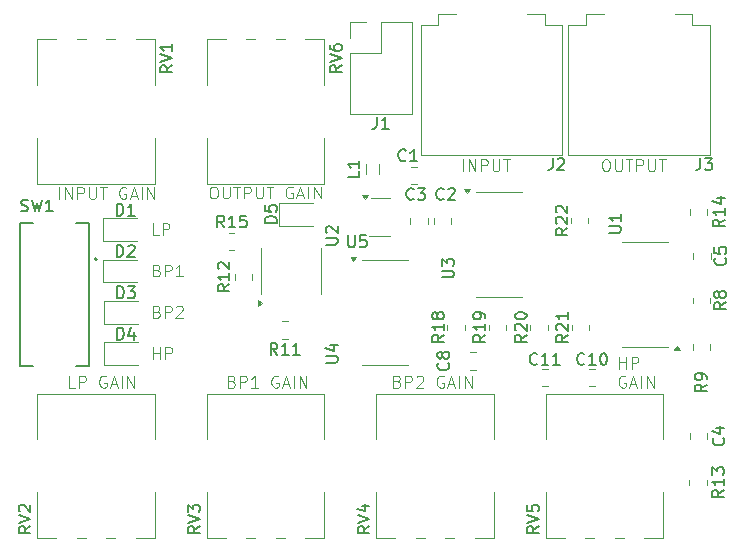
<source format=gbr>
%TF.GenerationSoftware,KiCad,Pcbnew,9.0.0*%
%TF.CreationDate,2025-05-15T12:38:11-07:00*%
%TF.ProjectId,ece223_project,65636532-3233-45f7-9072-6f6a6563742e,rev?*%
%TF.SameCoordinates,Original*%
%TF.FileFunction,Legend,Top*%
%TF.FilePolarity,Positive*%
%FSLAX46Y46*%
G04 Gerber Fmt 4.6, Leading zero omitted, Abs format (unit mm)*
G04 Created by KiCad (PCBNEW 9.0.0) date 2025-05-15 12:38:11*
%MOMM*%
%LPD*%
G01*
G04 APERTURE LIST*
%ADD10C,0.100000*%
%ADD11C,0.150000*%
%ADD12C,0.120000*%
%ADD13C,0.127000*%
%ADD14C,0.200000*%
G04 APERTURE END LIST*
D10*
X37328884Y-52957419D02*
X37328884Y-51957419D01*
X37328884Y-52433609D02*
X37900312Y-52433609D01*
X37900312Y-52957419D02*
X37900312Y-51957419D01*
X38376503Y-52957419D02*
X38376503Y-51957419D01*
X38376503Y-51957419D02*
X38757455Y-51957419D01*
X38757455Y-51957419D02*
X38852693Y-52005038D01*
X38852693Y-52005038D02*
X38900312Y-52052657D01*
X38900312Y-52052657D02*
X38947931Y-52147895D01*
X38947931Y-52147895D02*
X38947931Y-52290752D01*
X38947931Y-52290752D02*
X38900312Y-52385990D01*
X38900312Y-52385990D02*
X38852693Y-52433609D01*
X38852693Y-52433609D02*
X38757455Y-52481228D01*
X38757455Y-52481228D02*
X38376503Y-52481228D01*
X29405901Y-39402220D02*
X29405901Y-38402220D01*
X29882091Y-39402220D02*
X29882091Y-38402220D01*
X29882091Y-38402220D02*
X30453519Y-39402220D01*
X30453519Y-39402220D02*
X30453519Y-38402220D01*
X30929710Y-39402220D02*
X30929710Y-38402220D01*
X30929710Y-38402220D02*
X31310662Y-38402220D01*
X31310662Y-38402220D02*
X31405900Y-38449839D01*
X31405900Y-38449839D02*
X31453519Y-38497458D01*
X31453519Y-38497458D02*
X31501138Y-38592696D01*
X31501138Y-38592696D02*
X31501138Y-38735553D01*
X31501138Y-38735553D02*
X31453519Y-38830791D01*
X31453519Y-38830791D02*
X31405900Y-38878410D01*
X31405900Y-38878410D02*
X31310662Y-38926029D01*
X31310662Y-38926029D02*
X30929710Y-38926029D01*
X31929710Y-38402220D02*
X31929710Y-39211743D01*
X31929710Y-39211743D02*
X31977329Y-39306981D01*
X31977329Y-39306981D02*
X32024948Y-39354601D01*
X32024948Y-39354601D02*
X32120186Y-39402220D01*
X32120186Y-39402220D02*
X32310662Y-39402220D01*
X32310662Y-39402220D02*
X32405900Y-39354601D01*
X32405900Y-39354601D02*
X32453519Y-39306981D01*
X32453519Y-39306981D02*
X32501138Y-39211743D01*
X32501138Y-39211743D02*
X32501138Y-38402220D01*
X32834472Y-38402220D02*
X33405900Y-38402220D01*
X33120186Y-39402220D02*
X33120186Y-38402220D01*
X35024948Y-38449839D02*
X34929710Y-38402220D01*
X34929710Y-38402220D02*
X34786853Y-38402220D01*
X34786853Y-38402220D02*
X34643996Y-38449839D01*
X34643996Y-38449839D02*
X34548758Y-38545077D01*
X34548758Y-38545077D02*
X34501139Y-38640315D01*
X34501139Y-38640315D02*
X34453520Y-38830791D01*
X34453520Y-38830791D02*
X34453520Y-38973648D01*
X34453520Y-38973648D02*
X34501139Y-39164124D01*
X34501139Y-39164124D02*
X34548758Y-39259362D01*
X34548758Y-39259362D02*
X34643996Y-39354601D01*
X34643996Y-39354601D02*
X34786853Y-39402220D01*
X34786853Y-39402220D02*
X34882091Y-39402220D01*
X34882091Y-39402220D02*
X35024948Y-39354601D01*
X35024948Y-39354601D02*
X35072567Y-39306981D01*
X35072567Y-39306981D02*
X35072567Y-38973648D01*
X35072567Y-38973648D02*
X34882091Y-38973648D01*
X35453520Y-39116505D02*
X35929710Y-39116505D01*
X35358282Y-39402220D02*
X35691615Y-38402220D01*
X35691615Y-38402220D02*
X36024948Y-39402220D01*
X36358282Y-39402220D02*
X36358282Y-38402220D01*
X36834472Y-39402220D02*
X36834472Y-38402220D01*
X36834472Y-38402220D02*
X37405900Y-39402220D01*
X37405900Y-39402220D02*
X37405900Y-38402220D01*
X76803884Y-53762475D02*
X76803884Y-52762475D01*
X76803884Y-53238665D02*
X77375312Y-53238665D01*
X77375312Y-53762475D02*
X77375312Y-52762475D01*
X77851503Y-53762475D02*
X77851503Y-52762475D01*
X77851503Y-52762475D02*
X78232455Y-52762475D01*
X78232455Y-52762475D02*
X78327693Y-52810094D01*
X78327693Y-52810094D02*
X78375312Y-52857713D01*
X78375312Y-52857713D02*
X78422931Y-52952951D01*
X78422931Y-52952951D02*
X78422931Y-53095808D01*
X78422931Y-53095808D02*
X78375312Y-53191046D01*
X78375312Y-53191046D02*
X78327693Y-53238665D01*
X78327693Y-53238665D02*
X78232455Y-53286284D01*
X78232455Y-53286284D02*
X77851503Y-53286284D01*
X77327693Y-54420038D02*
X77232455Y-54372419D01*
X77232455Y-54372419D02*
X77089598Y-54372419D01*
X77089598Y-54372419D02*
X76946741Y-54420038D01*
X76946741Y-54420038D02*
X76851503Y-54515276D01*
X76851503Y-54515276D02*
X76803884Y-54610514D01*
X76803884Y-54610514D02*
X76756265Y-54800990D01*
X76756265Y-54800990D02*
X76756265Y-54943847D01*
X76756265Y-54943847D02*
X76803884Y-55134323D01*
X76803884Y-55134323D02*
X76851503Y-55229561D01*
X76851503Y-55229561D02*
X76946741Y-55324800D01*
X76946741Y-55324800D02*
X77089598Y-55372419D01*
X77089598Y-55372419D02*
X77184836Y-55372419D01*
X77184836Y-55372419D02*
X77327693Y-55324800D01*
X77327693Y-55324800D02*
X77375312Y-55277180D01*
X77375312Y-55277180D02*
X77375312Y-54943847D01*
X77375312Y-54943847D02*
X77184836Y-54943847D01*
X77756265Y-55086704D02*
X78232455Y-55086704D01*
X77661027Y-55372419D02*
X77994360Y-54372419D01*
X77994360Y-54372419D02*
X78327693Y-55372419D01*
X78661027Y-55372419D02*
X78661027Y-54372419D01*
X79137217Y-55372419D02*
X79137217Y-54372419D01*
X79137217Y-54372419D02*
X79708645Y-55372419D01*
X79708645Y-55372419D02*
X79708645Y-54372419D01*
X37805074Y-42457419D02*
X37328884Y-42457419D01*
X37328884Y-42457419D02*
X37328884Y-41457419D01*
X38138408Y-42457419D02*
X38138408Y-41457419D01*
X38138408Y-41457419D02*
X38519360Y-41457419D01*
X38519360Y-41457419D02*
X38614598Y-41505038D01*
X38614598Y-41505038D02*
X38662217Y-41552657D01*
X38662217Y-41552657D02*
X38709836Y-41647895D01*
X38709836Y-41647895D02*
X38709836Y-41790752D01*
X38709836Y-41790752D02*
X38662217Y-41885990D01*
X38662217Y-41885990D02*
X38614598Y-41933609D01*
X38614598Y-41933609D02*
X38519360Y-41981228D01*
X38519360Y-41981228D02*
X38138408Y-41981228D01*
X58023809Y-54848609D02*
X58166666Y-54896228D01*
X58166666Y-54896228D02*
X58214285Y-54943847D01*
X58214285Y-54943847D02*
X58261904Y-55039085D01*
X58261904Y-55039085D02*
X58261904Y-55181942D01*
X58261904Y-55181942D02*
X58214285Y-55277180D01*
X58214285Y-55277180D02*
X58166666Y-55324800D01*
X58166666Y-55324800D02*
X58071428Y-55372419D01*
X58071428Y-55372419D02*
X57690476Y-55372419D01*
X57690476Y-55372419D02*
X57690476Y-54372419D01*
X57690476Y-54372419D02*
X58023809Y-54372419D01*
X58023809Y-54372419D02*
X58119047Y-54420038D01*
X58119047Y-54420038D02*
X58166666Y-54467657D01*
X58166666Y-54467657D02*
X58214285Y-54562895D01*
X58214285Y-54562895D02*
X58214285Y-54658133D01*
X58214285Y-54658133D02*
X58166666Y-54753371D01*
X58166666Y-54753371D02*
X58119047Y-54800990D01*
X58119047Y-54800990D02*
X58023809Y-54848609D01*
X58023809Y-54848609D02*
X57690476Y-54848609D01*
X58690476Y-55372419D02*
X58690476Y-54372419D01*
X58690476Y-54372419D02*
X59071428Y-54372419D01*
X59071428Y-54372419D02*
X59166666Y-54420038D01*
X59166666Y-54420038D02*
X59214285Y-54467657D01*
X59214285Y-54467657D02*
X59261904Y-54562895D01*
X59261904Y-54562895D02*
X59261904Y-54705752D01*
X59261904Y-54705752D02*
X59214285Y-54800990D01*
X59214285Y-54800990D02*
X59166666Y-54848609D01*
X59166666Y-54848609D02*
X59071428Y-54896228D01*
X59071428Y-54896228D02*
X58690476Y-54896228D01*
X59642857Y-54467657D02*
X59690476Y-54420038D01*
X59690476Y-54420038D02*
X59785714Y-54372419D01*
X59785714Y-54372419D02*
X60023809Y-54372419D01*
X60023809Y-54372419D02*
X60119047Y-54420038D01*
X60119047Y-54420038D02*
X60166666Y-54467657D01*
X60166666Y-54467657D02*
X60214285Y-54562895D01*
X60214285Y-54562895D02*
X60214285Y-54658133D01*
X60214285Y-54658133D02*
X60166666Y-54800990D01*
X60166666Y-54800990D02*
X59595238Y-55372419D01*
X59595238Y-55372419D02*
X60214285Y-55372419D01*
X61928571Y-54420038D02*
X61833333Y-54372419D01*
X61833333Y-54372419D02*
X61690476Y-54372419D01*
X61690476Y-54372419D02*
X61547619Y-54420038D01*
X61547619Y-54420038D02*
X61452381Y-54515276D01*
X61452381Y-54515276D02*
X61404762Y-54610514D01*
X61404762Y-54610514D02*
X61357143Y-54800990D01*
X61357143Y-54800990D02*
X61357143Y-54943847D01*
X61357143Y-54943847D02*
X61404762Y-55134323D01*
X61404762Y-55134323D02*
X61452381Y-55229561D01*
X61452381Y-55229561D02*
X61547619Y-55324800D01*
X61547619Y-55324800D02*
X61690476Y-55372419D01*
X61690476Y-55372419D02*
X61785714Y-55372419D01*
X61785714Y-55372419D02*
X61928571Y-55324800D01*
X61928571Y-55324800D02*
X61976190Y-55277180D01*
X61976190Y-55277180D02*
X61976190Y-54943847D01*
X61976190Y-54943847D02*
X61785714Y-54943847D01*
X62357143Y-55086704D02*
X62833333Y-55086704D01*
X62261905Y-55372419D02*
X62595238Y-54372419D01*
X62595238Y-54372419D02*
X62928571Y-55372419D01*
X63261905Y-55372419D02*
X63261905Y-54372419D01*
X63738095Y-55372419D02*
X63738095Y-54372419D01*
X63738095Y-54372419D02*
X64309523Y-55372419D01*
X64309523Y-55372419D02*
X64309523Y-54372419D01*
X75595238Y-36042419D02*
X75785714Y-36042419D01*
X75785714Y-36042419D02*
X75880952Y-36090038D01*
X75880952Y-36090038D02*
X75976190Y-36185276D01*
X75976190Y-36185276D02*
X76023809Y-36375752D01*
X76023809Y-36375752D02*
X76023809Y-36709085D01*
X76023809Y-36709085D02*
X75976190Y-36899561D01*
X75976190Y-36899561D02*
X75880952Y-36994800D01*
X75880952Y-36994800D02*
X75785714Y-37042419D01*
X75785714Y-37042419D02*
X75595238Y-37042419D01*
X75595238Y-37042419D02*
X75500000Y-36994800D01*
X75500000Y-36994800D02*
X75404762Y-36899561D01*
X75404762Y-36899561D02*
X75357143Y-36709085D01*
X75357143Y-36709085D02*
X75357143Y-36375752D01*
X75357143Y-36375752D02*
X75404762Y-36185276D01*
X75404762Y-36185276D02*
X75500000Y-36090038D01*
X75500000Y-36090038D02*
X75595238Y-36042419D01*
X76452381Y-36042419D02*
X76452381Y-36851942D01*
X76452381Y-36851942D02*
X76500000Y-36947180D01*
X76500000Y-36947180D02*
X76547619Y-36994800D01*
X76547619Y-36994800D02*
X76642857Y-37042419D01*
X76642857Y-37042419D02*
X76833333Y-37042419D01*
X76833333Y-37042419D02*
X76928571Y-36994800D01*
X76928571Y-36994800D02*
X76976190Y-36947180D01*
X76976190Y-36947180D02*
X77023809Y-36851942D01*
X77023809Y-36851942D02*
X77023809Y-36042419D01*
X77357143Y-36042419D02*
X77928571Y-36042419D01*
X77642857Y-37042419D02*
X77642857Y-36042419D01*
X78261905Y-37042419D02*
X78261905Y-36042419D01*
X78261905Y-36042419D02*
X78642857Y-36042419D01*
X78642857Y-36042419D02*
X78738095Y-36090038D01*
X78738095Y-36090038D02*
X78785714Y-36137657D01*
X78785714Y-36137657D02*
X78833333Y-36232895D01*
X78833333Y-36232895D02*
X78833333Y-36375752D01*
X78833333Y-36375752D02*
X78785714Y-36470990D01*
X78785714Y-36470990D02*
X78738095Y-36518609D01*
X78738095Y-36518609D02*
X78642857Y-36566228D01*
X78642857Y-36566228D02*
X78261905Y-36566228D01*
X79261905Y-36042419D02*
X79261905Y-36851942D01*
X79261905Y-36851942D02*
X79309524Y-36947180D01*
X79309524Y-36947180D02*
X79357143Y-36994800D01*
X79357143Y-36994800D02*
X79452381Y-37042419D01*
X79452381Y-37042419D02*
X79642857Y-37042419D01*
X79642857Y-37042419D02*
X79738095Y-36994800D01*
X79738095Y-36994800D02*
X79785714Y-36947180D01*
X79785714Y-36947180D02*
X79833333Y-36851942D01*
X79833333Y-36851942D02*
X79833333Y-36042419D01*
X80166667Y-36042419D02*
X80738095Y-36042419D01*
X80452381Y-37042419D02*
X80452381Y-36042419D01*
X44023809Y-54848609D02*
X44166666Y-54896228D01*
X44166666Y-54896228D02*
X44214285Y-54943847D01*
X44214285Y-54943847D02*
X44261904Y-55039085D01*
X44261904Y-55039085D02*
X44261904Y-55181942D01*
X44261904Y-55181942D02*
X44214285Y-55277180D01*
X44214285Y-55277180D02*
X44166666Y-55324800D01*
X44166666Y-55324800D02*
X44071428Y-55372419D01*
X44071428Y-55372419D02*
X43690476Y-55372419D01*
X43690476Y-55372419D02*
X43690476Y-54372419D01*
X43690476Y-54372419D02*
X44023809Y-54372419D01*
X44023809Y-54372419D02*
X44119047Y-54420038D01*
X44119047Y-54420038D02*
X44166666Y-54467657D01*
X44166666Y-54467657D02*
X44214285Y-54562895D01*
X44214285Y-54562895D02*
X44214285Y-54658133D01*
X44214285Y-54658133D02*
X44166666Y-54753371D01*
X44166666Y-54753371D02*
X44119047Y-54800990D01*
X44119047Y-54800990D02*
X44023809Y-54848609D01*
X44023809Y-54848609D02*
X43690476Y-54848609D01*
X44690476Y-55372419D02*
X44690476Y-54372419D01*
X44690476Y-54372419D02*
X45071428Y-54372419D01*
X45071428Y-54372419D02*
X45166666Y-54420038D01*
X45166666Y-54420038D02*
X45214285Y-54467657D01*
X45214285Y-54467657D02*
X45261904Y-54562895D01*
X45261904Y-54562895D02*
X45261904Y-54705752D01*
X45261904Y-54705752D02*
X45214285Y-54800990D01*
X45214285Y-54800990D02*
X45166666Y-54848609D01*
X45166666Y-54848609D02*
X45071428Y-54896228D01*
X45071428Y-54896228D02*
X44690476Y-54896228D01*
X46214285Y-55372419D02*
X45642857Y-55372419D01*
X45928571Y-55372419D02*
X45928571Y-54372419D01*
X45928571Y-54372419D02*
X45833333Y-54515276D01*
X45833333Y-54515276D02*
X45738095Y-54610514D01*
X45738095Y-54610514D02*
X45642857Y-54658133D01*
X47928571Y-54420038D02*
X47833333Y-54372419D01*
X47833333Y-54372419D02*
X47690476Y-54372419D01*
X47690476Y-54372419D02*
X47547619Y-54420038D01*
X47547619Y-54420038D02*
X47452381Y-54515276D01*
X47452381Y-54515276D02*
X47404762Y-54610514D01*
X47404762Y-54610514D02*
X47357143Y-54800990D01*
X47357143Y-54800990D02*
X47357143Y-54943847D01*
X47357143Y-54943847D02*
X47404762Y-55134323D01*
X47404762Y-55134323D02*
X47452381Y-55229561D01*
X47452381Y-55229561D02*
X47547619Y-55324800D01*
X47547619Y-55324800D02*
X47690476Y-55372419D01*
X47690476Y-55372419D02*
X47785714Y-55372419D01*
X47785714Y-55372419D02*
X47928571Y-55324800D01*
X47928571Y-55324800D02*
X47976190Y-55277180D01*
X47976190Y-55277180D02*
X47976190Y-54943847D01*
X47976190Y-54943847D02*
X47785714Y-54943847D01*
X48357143Y-55086704D02*
X48833333Y-55086704D01*
X48261905Y-55372419D02*
X48595238Y-54372419D01*
X48595238Y-54372419D02*
X48928571Y-55372419D01*
X49261905Y-55372419D02*
X49261905Y-54372419D01*
X49738095Y-55372419D02*
X49738095Y-54372419D01*
X49738095Y-54372419D02*
X50309523Y-55372419D01*
X50309523Y-55372419D02*
X50309523Y-54372419D01*
X37662217Y-48933609D02*
X37805074Y-48981228D01*
X37805074Y-48981228D02*
X37852693Y-49028847D01*
X37852693Y-49028847D02*
X37900312Y-49124085D01*
X37900312Y-49124085D02*
X37900312Y-49266942D01*
X37900312Y-49266942D02*
X37852693Y-49362180D01*
X37852693Y-49362180D02*
X37805074Y-49409800D01*
X37805074Y-49409800D02*
X37709836Y-49457419D01*
X37709836Y-49457419D02*
X37328884Y-49457419D01*
X37328884Y-49457419D02*
X37328884Y-48457419D01*
X37328884Y-48457419D02*
X37662217Y-48457419D01*
X37662217Y-48457419D02*
X37757455Y-48505038D01*
X37757455Y-48505038D02*
X37805074Y-48552657D01*
X37805074Y-48552657D02*
X37852693Y-48647895D01*
X37852693Y-48647895D02*
X37852693Y-48743133D01*
X37852693Y-48743133D02*
X37805074Y-48838371D01*
X37805074Y-48838371D02*
X37757455Y-48885990D01*
X37757455Y-48885990D02*
X37662217Y-48933609D01*
X37662217Y-48933609D02*
X37328884Y-48933609D01*
X38328884Y-49457419D02*
X38328884Y-48457419D01*
X38328884Y-48457419D02*
X38709836Y-48457419D01*
X38709836Y-48457419D02*
X38805074Y-48505038D01*
X38805074Y-48505038D02*
X38852693Y-48552657D01*
X38852693Y-48552657D02*
X38900312Y-48647895D01*
X38900312Y-48647895D02*
X38900312Y-48790752D01*
X38900312Y-48790752D02*
X38852693Y-48885990D01*
X38852693Y-48885990D02*
X38805074Y-48933609D01*
X38805074Y-48933609D02*
X38709836Y-48981228D01*
X38709836Y-48981228D02*
X38328884Y-48981228D01*
X39281265Y-48552657D02*
X39328884Y-48505038D01*
X39328884Y-48505038D02*
X39424122Y-48457419D01*
X39424122Y-48457419D02*
X39662217Y-48457419D01*
X39662217Y-48457419D02*
X39757455Y-48505038D01*
X39757455Y-48505038D02*
X39805074Y-48552657D01*
X39805074Y-48552657D02*
X39852693Y-48647895D01*
X39852693Y-48647895D02*
X39852693Y-48743133D01*
X39852693Y-48743133D02*
X39805074Y-48885990D01*
X39805074Y-48885990D02*
X39233646Y-49457419D01*
X39233646Y-49457419D02*
X39852693Y-49457419D01*
X63571429Y-37042419D02*
X63571429Y-36042419D01*
X64047619Y-37042419D02*
X64047619Y-36042419D01*
X64047619Y-36042419D02*
X64619047Y-37042419D01*
X64619047Y-37042419D02*
X64619047Y-36042419D01*
X65095238Y-37042419D02*
X65095238Y-36042419D01*
X65095238Y-36042419D02*
X65476190Y-36042419D01*
X65476190Y-36042419D02*
X65571428Y-36090038D01*
X65571428Y-36090038D02*
X65619047Y-36137657D01*
X65619047Y-36137657D02*
X65666666Y-36232895D01*
X65666666Y-36232895D02*
X65666666Y-36375752D01*
X65666666Y-36375752D02*
X65619047Y-36470990D01*
X65619047Y-36470990D02*
X65571428Y-36518609D01*
X65571428Y-36518609D02*
X65476190Y-36566228D01*
X65476190Y-36566228D02*
X65095238Y-36566228D01*
X66095238Y-36042419D02*
X66095238Y-36851942D01*
X66095238Y-36851942D02*
X66142857Y-36947180D01*
X66142857Y-36947180D02*
X66190476Y-36994800D01*
X66190476Y-36994800D02*
X66285714Y-37042419D01*
X66285714Y-37042419D02*
X66476190Y-37042419D01*
X66476190Y-37042419D02*
X66571428Y-36994800D01*
X66571428Y-36994800D02*
X66619047Y-36947180D01*
X66619047Y-36947180D02*
X66666666Y-36851942D01*
X66666666Y-36851942D02*
X66666666Y-36042419D01*
X67000000Y-36042419D02*
X67571428Y-36042419D01*
X67285714Y-37042419D02*
X67285714Y-36042419D01*
X30738095Y-55372419D02*
X30261905Y-55372419D01*
X30261905Y-55372419D02*
X30261905Y-54372419D01*
X31071429Y-55372419D02*
X31071429Y-54372419D01*
X31071429Y-54372419D02*
X31452381Y-54372419D01*
X31452381Y-54372419D02*
X31547619Y-54420038D01*
X31547619Y-54420038D02*
X31595238Y-54467657D01*
X31595238Y-54467657D02*
X31642857Y-54562895D01*
X31642857Y-54562895D02*
X31642857Y-54705752D01*
X31642857Y-54705752D02*
X31595238Y-54800990D01*
X31595238Y-54800990D02*
X31547619Y-54848609D01*
X31547619Y-54848609D02*
X31452381Y-54896228D01*
X31452381Y-54896228D02*
X31071429Y-54896228D01*
X33357143Y-54420038D02*
X33261905Y-54372419D01*
X33261905Y-54372419D02*
X33119048Y-54372419D01*
X33119048Y-54372419D02*
X32976191Y-54420038D01*
X32976191Y-54420038D02*
X32880953Y-54515276D01*
X32880953Y-54515276D02*
X32833334Y-54610514D01*
X32833334Y-54610514D02*
X32785715Y-54800990D01*
X32785715Y-54800990D02*
X32785715Y-54943847D01*
X32785715Y-54943847D02*
X32833334Y-55134323D01*
X32833334Y-55134323D02*
X32880953Y-55229561D01*
X32880953Y-55229561D02*
X32976191Y-55324800D01*
X32976191Y-55324800D02*
X33119048Y-55372419D01*
X33119048Y-55372419D02*
X33214286Y-55372419D01*
X33214286Y-55372419D02*
X33357143Y-55324800D01*
X33357143Y-55324800D02*
X33404762Y-55277180D01*
X33404762Y-55277180D02*
X33404762Y-54943847D01*
X33404762Y-54943847D02*
X33214286Y-54943847D01*
X33785715Y-55086704D02*
X34261905Y-55086704D01*
X33690477Y-55372419D02*
X34023810Y-54372419D01*
X34023810Y-54372419D02*
X34357143Y-55372419D01*
X34690477Y-55372419D02*
X34690477Y-54372419D01*
X35166667Y-55372419D02*
X35166667Y-54372419D01*
X35166667Y-54372419D02*
X35738095Y-55372419D01*
X35738095Y-55372419D02*
X35738095Y-54372419D01*
X37662217Y-45433609D02*
X37805074Y-45481228D01*
X37805074Y-45481228D02*
X37852693Y-45528847D01*
X37852693Y-45528847D02*
X37900312Y-45624085D01*
X37900312Y-45624085D02*
X37900312Y-45766942D01*
X37900312Y-45766942D02*
X37852693Y-45862180D01*
X37852693Y-45862180D02*
X37805074Y-45909800D01*
X37805074Y-45909800D02*
X37709836Y-45957419D01*
X37709836Y-45957419D02*
X37328884Y-45957419D01*
X37328884Y-45957419D02*
X37328884Y-44957419D01*
X37328884Y-44957419D02*
X37662217Y-44957419D01*
X37662217Y-44957419D02*
X37757455Y-45005038D01*
X37757455Y-45005038D02*
X37805074Y-45052657D01*
X37805074Y-45052657D02*
X37852693Y-45147895D01*
X37852693Y-45147895D02*
X37852693Y-45243133D01*
X37852693Y-45243133D02*
X37805074Y-45338371D01*
X37805074Y-45338371D02*
X37757455Y-45385990D01*
X37757455Y-45385990D02*
X37662217Y-45433609D01*
X37662217Y-45433609D02*
X37328884Y-45433609D01*
X38328884Y-45957419D02*
X38328884Y-44957419D01*
X38328884Y-44957419D02*
X38709836Y-44957419D01*
X38709836Y-44957419D02*
X38805074Y-45005038D01*
X38805074Y-45005038D02*
X38852693Y-45052657D01*
X38852693Y-45052657D02*
X38900312Y-45147895D01*
X38900312Y-45147895D02*
X38900312Y-45290752D01*
X38900312Y-45290752D02*
X38852693Y-45385990D01*
X38852693Y-45385990D02*
X38805074Y-45433609D01*
X38805074Y-45433609D02*
X38709836Y-45481228D01*
X38709836Y-45481228D02*
X38328884Y-45481228D01*
X39852693Y-45957419D02*
X39281265Y-45957419D01*
X39566979Y-45957419D02*
X39566979Y-44957419D01*
X39566979Y-44957419D02*
X39471741Y-45100276D01*
X39471741Y-45100276D02*
X39376503Y-45195514D01*
X39376503Y-45195514D02*
X39281265Y-45243133D01*
X42383139Y-38358974D02*
X42573615Y-38358974D01*
X42573615Y-38358974D02*
X42668853Y-38406593D01*
X42668853Y-38406593D02*
X42764091Y-38501831D01*
X42764091Y-38501831D02*
X42811710Y-38692307D01*
X42811710Y-38692307D02*
X42811710Y-39025640D01*
X42811710Y-39025640D02*
X42764091Y-39216116D01*
X42764091Y-39216116D02*
X42668853Y-39311355D01*
X42668853Y-39311355D02*
X42573615Y-39358974D01*
X42573615Y-39358974D02*
X42383139Y-39358974D01*
X42383139Y-39358974D02*
X42287901Y-39311355D01*
X42287901Y-39311355D02*
X42192663Y-39216116D01*
X42192663Y-39216116D02*
X42145044Y-39025640D01*
X42145044Y-39025640D02*
X42145044Y-38692307D01*
X42145044Y-38692307D02*
X42192663Y-38501831D01*
X42192663Y-38501831D02*
X42287901Y-38406593D01*
X42287901Y-38406593D02*
X42383139Y-38358974D01*
X43240282Y-38358974D02*
X43240282Y-39168497D01*
X43240282Y-39168497D02*
X43287901Y-39263735D01*
X43287901Y-39263735D02*
X43335520Y-39311355D01*
X43335520Y-39311355D02*
X43430758Y-39358974D01*
X43430758Y-39358974D02*
X43621234Y-39358974D01*
X43621234Y-39358974D02*
X43716472Y-39311355D01*
X43716472Y-39311355D02*
X43764091Y-39263735D01*
X43764091Y-39263735D02*
X43811710Y-39168497D01*
X43811710Y-39168497D02*
X43811710Y-38358974D01*
X44145044Y-38358974D02*
X44716472Y-38358974D01*
X44430758Y-39358974D02*
X44430758Y-38358974D01*
X45049806Y-39358974D02*
X45049806Y-38358974D01*
X45049806Y-38358974D02*
X45430758Y-38358974D01*
X45430758Y-38358974D02*
X45525996Y-38406593D01*
X45525996Y-38406593D02*
X45573615Y-38454212D01*
X45573615Y-38454212D02*
X45621234Y-38549450D01*
X45621234Y-38549450D02*
X45621234Y-38692307D01*
X45621234Y-38692307D02*
X45573615Y-38787545D01*
X45573615Y-38787545D02*
X45525996Y-38835164D01*
X45525996Y-38835164D02*
X45430758Y-38882783D01*
X45430758Y-38882783D02*
X45049806Y-38882783D01*
X46049806Y-38358974D02*
X46049806Y-39168497D01*
X46049806Y-39168497D02*
X46097425Y-39263735D01*
X46097425Y-39263735D02*
X46145044Y-39311355D01*
X46145044Y-39311355D02*
X46240282Y-39358974D01*
X46240282Y-39358974D02*
X46430758Y-39358974D01*
X46430758Y-39358974D02*
X46525996Y-39311355D01*
X46525996Y-39311355D02*
X46573615Y-39263735D01*
X46573615Y-39263735D02*
X46621234Y-39168497D01*
X46621234Y-39168497D02*
X46621234Y-38358974D01*
X46954568Y-38358974D02*
X47525996Y-38358974D01*
X47240282Y-39358974D02*
X47240282Y-38358974D01*
X49145044Y-38406593D02*
X49049806Y-38358974D01*
X49049806Y-38358974D02*
X48906949Y-38358974D01*
X48906949Y-38358974D02*
X48764092Y-38406593D01*
X48764092Y-38406593D02*
X48668854Y-38501831D01*
X48668854Y-38501831D02*
X48621235Y-38597069D01*
X48621235Y-38597069D02*
X48573616Y-38787545D01*
X48573616Y-38787545D02*
X48573616Y-38930402D01*
X48573616Y-38930402D02*
X48621235Y-39120878D01*
X48621235Y-39120878D02*
X48668854Y-39216116D01*
X48668854Y-39216116D02*
X48764092Y-39311355D01*
X48764092Y-39311355D02*
X48906949Y-39358974D01*
X48906949Y-39358974D02*
X49002187Y-39358974D01*
X49002187Y-39358974D02*
X49145044Y-39311355D01*
X49145044Y-39311355D02*
X49192663Y-39263735D01*
X49192663Y-39263735D02*
X49192663Y-38930402D01*
X49192663Y-38930402D02*
X49002187Y-38930402D01*
X49573616Y-39073259D02*
X50049806Y-39073259D01*
X49478378Y-39358974D02*
X49811711Y-38358974D01*
X49811711Y-38358974D02*
X50145044Y-39358974D01*
X50478378Y-39358974D02*
X50478378Y-38358974D01*
X50954568Y-39358974D02*
X50954568Y-38358974D01*
X50954568Y-38358974D02*
X51525996Y-39358974D01*
X51525996Y-39358974D02*
X51525996Y-38358974D01*
D11*
X71166666Y-35954819D02*
X71166666Y-36669104D01*
X71166666Y-36669104D02*
X71119047Y-36811961D01*
X71119047Y-36811961D02*
X71023809Y-36907200D01*
X71023809Y-36907200D02*
X70880952Y-36954819D01*
X70880952Y-36954819D02*
X70785714Y-36954819D01*
X71595238Y-36050057D02*
X71642857Y-36002438D01*
X71642857Y-36002438D02*
X71738095Y-35954819D01*
X71738095Y-35954819D02*
X71976190Y-35954819D01*
X71976190Y-35954819D02*
X72071428Y-36002438D01*
X72071428Y-36002438D02*
X72119047Y-36050057D01*
X72119047Y-36050057D02*
X72166666Y-36145295D01*
X72166666Y-36145295D02*
X72166666Y-36240533D01*
X72166666Y-36240533D02*
X72119047Y-36383390D01*
X72119047Y-36383390D02*
X71547619Y-36954819D01*
X71547619Y-36954819D02*
X72166666Y-36954819D01*
X34286905Y-51304819D02*
X34286905Y-50304819D01*
X34286905Y-50304819D02*
X34525000Y-50304819D01*
X34525000Y-50304819D02*
X34667857Y-50352438D01*
X34667857Y-50352438D02*
X34763095Y-50447676D01*
X34763095Y-50447676D02*
X34810714Y-50542914D01*
X34810714Y-50542914D02*
X34858333Y-50733390D01*
X34858333Y-50733390D02*
X34858333Y-50876247D01*
X34858333Y-50876247D02*
X34810714Y-51066723D01*
X34810714Y-51066723D02*
X34763095Y-51161961D01*
X34763095Y-51161961D02*
X34667857Y-51257200D01*
X34667857Y-51257200D02*
X34525000Y-51304819D01*
X34525000Y-51304819D02*
X34286905Y-51304819D01*
X35715476Y-50638152D02*
X35715476Y-51304819D01*
X35477381Y-50257200D02*
X35239286Y-50971485D01*
X35239286Y-50971485D02*
X35858333Y-50971485D01*
X56294660Y-32454819D02*
X56294660Y-33169104D01*
X56294660Y-33169104D02*
X56247041Y-33311961D01*
X56247041Y-33311961D02*
X56151803Y-33407200D01*
X56151803Y-33407200D02*
X56008946Y-33454819D01*
X56008946Y-33454819D02*
X55913708Y-33454819D01*
X57294660Y-33454819D02*
X56723232Y-33454819D01*
X57008946Y-33454819D02*
X57008946Y-32454819D01*
X57008946Y-32454819D02*
X56913708Y-32597676D01*
X56913708Y-32597676D02*
X56818470Y-32692914D01*
X56818470Y-32692914D02*
X56723232Y-32740533D01*
X34261905Y-44304819D02*
X34261905Y-43304819D01*
X34261905Y-43304819D02*
X34500000Y-43304819D01*
X34500000Y-43304819D02*
X34642857Y-43352438D01*
X34642857Y-43352438D02*
X34738095Y-43447676D01*
X34738095Y-43447676D02*
X34785714Y-43542914D01*
X34785714Y-43542914D02*
X34833333Y-43733390D01*
X34833333Y-43733390D02*
X34833333Y-43876247D01*
X34833333Y-43876247D02*
X34785714Y-44066723D01*
X34785714Y-44066723D02*
X34738095Y-44161961D01*
X34738095Y-44161961D02*
X34642857Y-44257200D01*
X34642857Y-44257200D02*
X34500000Y-44304819D01*
X34500000Y-44304819D02*
X34261905Y-44304819D01*
X35214286Y-43400057D02*
X35261905Y-43352438D01*
X35261905Y-43352438D02*
X35357143Y-43304819D01*
X35357143Y-43304819D02*
X35595238Y-43304819D01*
X35595238Y-43304819D02*
X35690476Y-43352438D01*
X35690476Y-43352438D02*
X35738095Y-43400057D01*
X35738095Y-43400057D02*
X35785714Y-43495295D01*
X35785714Y-43495295D02*
X35785714Y-43590533D01*
X35785714Y-43590533D02*
X35738095Y-43733390D01*
X35738095Y-43733390D02*
X35166667Y-44304819D01*
X35166667Y-44304819D02*
X35785714Y-44304819D01*
X62314260Y-53296025D02*
X62361880Y-53343644D01*
X62361880Y-53343644D02*
X62409499Y-53486501D01*
X62409499Y-53486501D02*
X62409499Y-53581739D01*
X62409499Y-53581739D02*
X62361880Y-53724596D01*
X62361880Y-53724596D02*
X62266641Y-53819834D01*
X62266641Y-53819834D02*
X62171403Y-53867453D01*
X62171403Y-53867453D02*
X61980927Y-53915072D01*
X61980927Y-53915072D02*
X61838070Y-53915072D01*
X61838070Y-53915072D02*
X61647594Y-53867453D01*
X61647594Y-53867453D02*
X61552356Y-53819834D01*
X61552356Y-53819834D02*
X61457118Y-53724596D01*
X61457118Y-53724596D02*
X61409499Y-53581739D01*
X61409499Y-53581739D02*
X61409499Y-53486501D01*
X61409499Y-53486501D02*
X61457118Y-53343644D01*
X61457118Y-53343644D02*
X61504737Y-53296025D01*
X61838070Y-52724596D02*
X61790451Y-52819834D01*
X61790451Y-52819834D02*
X61742832Y-52867453D01*
X61742832Y-52867453D02*
X61647594Y-52915072D01*
X61647594Y-52915072D02*
X61599975Y-52915072D01*
X61599975Y-52915072D02*
X61504737Y-52867453D01*
X61504737Y-52867453D02*
X61457118Y-52819834D01*
X61457118Y-52819834D02*
X61409499Y-52724596D01*
X61409499Y-52724596D02*
X61409499Y-52534120D01*
X61409499Y-52534120D02*
X61457118Y-52438882D01*
X61457118Y-52438882D02*
X61504737Y-52391263D01*
X61504737Y-52391263D02*
X61599975Y-52343644D01*
X61599975Y-52343644D02*
X61647594Y-52343644D01*
X61647594Y-52343644D02*
X61742832Y-52391263D01*
X61742832Y-52391263D02*
X61790451Y-52438882D01*
X61790451Y-52438882D02*
X61838070Y-52534120D01*
X61838070Y-52534120D02*
X61838070Y-52724596D01*
X61838070Y-52724596D02*
X61885689Y-52819834D01*
X61885689Y-52819834D02*
X61933308Y-52867453D01*
X61933308Y-52867453D02*
X62028546Y-52915072D01*
X62028546Y-52915072D02*
X62219022Y-52915072D01*
X62219022Y-52915072D02*
X62314260Y-52867453D01*
X62314260Y-52867453D02*
X62361880Y-52819834D01*
X62361880Y-52819834D02*
X62409499Y-52724596D01*
X62409499Y-52724596D02*
X62409499Y-52534120D01*
X62409499Y-52534120D02*
X62361880Y-52438882D01*
X62361880Y-52438882D02*
X62314260Y-52391263D01*
X62314260Y-52391263D02*
X62219022Y-52343644D01*
X62219022Y-52343644D02*
X62028546Y-52343644D01*
X62028546Y-52343644D02*
X61933308Y-52391263D01*
X61933308Y-52391263D02*
X61885689Y-52438882D01*
X61885689Y-52438882D02*
X61838070Y-52534120D01*
X59405900Y-39385689D02*
X59358281Y-39433309D01*
X59358281Y-39433309D02*
X59215424Y-39480928D01*
X59215424Y-39480928D02*
X59120186Y-39480928D01*
X59120186Y-39480928D02*
X58977329Y-39433309D01*
X58977329Y-39433309D02*
X58882091Y-39338070D01*
X58882091Y-39338070D02*
X58834472Y-39242832D01*
X58834472Y-39242832D02*
X58786853Y-39052356D01*
X58786853Y-39052356D02*
X58786853Y-38909499D01*
X58786853Y-38909499D02*
X58834472Y-38719023D01*
X58834472Y-38719023D02*
X58882091Y-38623785D01*
X58882091Y-38623785D02*
X58977329Y-38528547D01*
X58977329Y-38528547D02*
X59120186Y-38480928D01*
X59120186Y-38480928D02*
X59215424Y-38480928D01*
X59215424Y-38480928D02*
X59358281Y-38528547D01*
X59358281Y-38528547D02*
X59405900Y-38576166D01*
X59739234Y-38480928D02*
X60358281Y-38480928D01*
X60358281Y-38480928D02*
X60024948Y-38861880D01*
X60024948Y-38861880D02*
X60167805Y-38861880D01*
X60167805Y-38861880D02*
X60263043Y-38909499D01*
X60263043Y-38909499D02*
X60310662Y-38957118D01*
X60310662Y-38957118D02*
X60358281Y-39052356D01*
X60358281Y-39052356D02*
X60358281Y-39290451D01*
X60358281Y-39290451D02*
X60310662Y-39385689D01*
X60310662Y-39385689D02*
X60263043Y-39433309D01*
X60263043Y-39433309D02*
X60167805Y-39480928D01*
X60167805Y-39480928D02*
X59882091Y-39480928D01*
X59882091Y-39480928D02*
X59786853Y-39433309D01*
X59786853Y-39433309D02*
X59739234Y-39385689D01*
X54807265Y-37037092D02*
X54807265Y-37513282D01*
X54807265Y-37513282D02*
X53807265Y-37513282D01*
X54807265Y-36179949D02*
X54807265Y-36751377D01*
X54807265Y-36465663D02*
X53807265Y-36465663D01*
X53807265Y-36465663D02*
X53950122Y-36560901D01*
X53950122Y-36560901D02*
X54045360Y-36656139D01*
X54045360Y-36656139D02*
X54092979Y-36751377D01*
X51954819Y-53261904D02*
X52764342Y-53261904D01*
X52764342Y-53261904D02*
X52859580Y-53214285D01*
X52859580Y-53214285D02*
X52907200Y-53166666D01*
X52907200Y-53166666D02*
X52954819Y-53071428D01*
X52954819Y-53071428D02*
X52954819Y-52880952D01*
X52954819Y-52880952D02*
X52907200Y-52785714D01*
X52907200Y-52785714D02*
X52859580Y-52738095D01*
X52859580Y-52738095D02*
X52764342Y-52690476D01*
X52764342Y-52690476D02*
X51954819Y-52690476D01*
X52288152Y-51785714D02*
X52954819Y-51785714D01*
X51907200Y-52023809D02*
X52621485Y-52261904D01*
X52621485Y-52261904D02*
X52621485Y-51642857D01*
X53846089Y-42480928D02*
X53846089Y-43290451D01*
X53846089Y-43290451D02*
X53893708Y-43385689D01*
X53893708Y-43385689D02*
X53941327Y-43433309D01*
X53941327Y-43433309D02*
X54036565Y-43480928D01*
X54036565Y-43480928D02*
X54227041Y-43480928D01*
X54227041Y-43480928D02*
X54322279Y-43433309D01*
X54322279Y-43433309D02*
X54369898Y-43385689D01*
X54369898Y-43385689D02*
X54417517Y-43290451D01*
X54417517Y-43290451D02*
X54417517Y-42480928D01*
X55369898Y-42480928D02*
X54893708Y-42480928D01*
X54893708Y-42480928D02*
X54846089Y-42957118D01*
X54846089Y-42957118D02*
X54893708Y-42909499D01*
X54893708Y-42909499D02*
X54988946Y-42861880D01*
X54988946Y-42861880D02*
X55227041Y-42861880D01*
X55227041Y-42861880D02*
X55322279Y-42909499D01*
X55322279Y-42909499D02*
X55369898Y-42957118D01*
X55369898Y-42957118D02*
X55417517Y-43052356D01*
X55417517Y-43052356D02*
X55417517Y-43290451D01*
X55417517Y-43290451D02*
X55369898Y-43385689D01*
X55369898Y-43385689D02*
X55322279Y-43433309D01*
X55322279Y-43433309D02*
X55227041Y-43480928D01*
X55227041Y-43480928D02*
X54988946Y-43480928D01*
X54988946Y-43480928D02*
X54893708Y-43433309D01*
X54893708Y-43433309D02*
X54846089Y-43385689D01*
X69857142Y-53359580D02*
X69809523Y-53407200D01*
X69809523Y-53407200D02*
X69666666Y-53454819D01*
X69666666Y-53454819D02*
X69571428Y-53454819D01*
X69571428Y-53454819D02*
X69428571Y-53407200D01*
X69428571Y-53407200D02*
X69333333Y-53311961D01*
X69333333Y-53311961D02*
X69285714Y-53216723D01*
X69285714Y-53216723D02*
X69238095Y-53026247D01*
X69238095Y-53026247D02*
X69238095Y-52883390D01*
X69238095Y-52883390D02*
X69285714Y-52692914D01*
X69285714Y-52692914D02*
X69333333Y-52597676D01*
X69333333Y-52597676D02*
X69428571Y-52502438D01*
X69428571Y-52502438D02*
X69571428Y-52454819D01*
X69571428Y-52454819D02*
X69666666Y-52454819D01*
X69666666Y-52454819D02*
X69809523Y-52502438D01*
X69809523Y-52502438D02*
X69857142Y-52550057D01*
X70809523Y-53454819D02*
X70238095Y-53454819D01*
X70523809Y-53454819D02*
X70523809Y-52454819D01*
X70523809Y-52454819D02*
X70428571Y-52597676D01*
X70428571Y-52597676D02*
X70333333Y-52692914D01*
X70333333Y-52692914D02*
X70238095Y-52740533D01*
X71761904Y-53454819D02*
X71190476Y-53454819D01*
X71476190Y-53454819D02*
X71476190Y-52454819D01*
X71476190Y-52454819D02*
X71380952Y-52597676D01*
X71380952Y-52597676D02*
X71285714Y-52692914D01*
X71285714Y-52692914D02*
X71190476Y-52740533D01*
X34261905Y-40804819D02*
X34261905Y-39804819D01*
X34261905Y-39804819D02*
X34500000Y-39804819D01*
X34500000Y-39804819D02*
X34642857Y-39852438D01*
X34642857Y-39852438D02*
X34738095Y-39947676D01*
X34738095Y-39947676D02*
X34785714Y-40042914D01*
X34785714Y-40042914D02*
X34833333Y-40233390D01*
X34833333Y-40233390D02*
X34833333Y-40376247D01*
X34833333Y-40376247D02*
X34785714Y-40566723D01*
X34785714Y-40566723D02*
X34738095Y-40661961D01*
X34738095Y-40661961D02*
X34642857Y-40757200D01*
X34642857Y-40757200D02*
X34500000Y-40804819D01*
X34500000Y-40804819D02*
X34261905Y-40804819D01*
X35785714Y-40804819D02*
X35214286Y-40804819D01*
X35500000Y-40804819D02*
X35500000Y-39804819D01*
X35500000Y-39804819D02*
X35404762Y-39947676D01*
X35404762Y-39947676D02*
X35309524Y-40042914D01*
X35309524Y-40042914D02*
X35214286Y-40090533D01*
X47857142Y-52604819D02*
X47523809Y-52128628D01*
X47285714Y-52604819D02*
X47285714Y-51604819D01*
X47285714Y-51604819D02*
X47666666Y-51604819D01*
X47666666Y-51604819D02*
X47761904Y-51652438D01*
X47761904Y-51652438D02*
X47809523Y-51700057D01*
X47809523Y-51700057D02*
X47857142Y-51795295D01*
X47857142Y-51795295D02*
X47857142Y-51938152D01*
X47857142Y-51938152D02*
X47809523Y-52033390D01*
X47809523Y-52033390D02*
X47761904Y-52081009D01*
X47761904Y-52081009D02*
X47666666Y-52128628D01*
X47666666Y-52128628D02*
X47285714Y-52128628D01*
X48809523Y-52604819D02*
X48238095Y-52604819D01*
X48523809Y-52604819D02*
X48523809Y-51604819D01*
X48523809Y-51604819D02*
X48428571Y-51747676D01*
X48428571Y-51747676D02*
X48333333Y-51842914D01*
X48333333Y-51842914D02*
X48238095Y-51890533D01*
X49761904Y-52604819D02*
X49190476Y-52604819D01*
X49476190Y-52604819D02*
X49476190Y-51604819D01*
X49476190Y-51604819D02*
X49380952Y-51747676D01*
X49380952Y-51747676D02*
X49285714Y-51842914D01*
X49285714Y-51842914D02*
X49190476Y-51890533D01*
X83666666Y-35954819D02*
X83666666Y-36669104D01*
X83666666Y-36669104D02*
X83619047Y-36811961D01*
X83619047Y-36811961D02*
X83523809Y-36907200D01*
X83523809Y-36907200D02*
X83380952Y-36954819D01*
X83380952Y-36954819D02*
X83285714Y-36954819D01*
X84047619Y-35954819D02*
X84666666Y-35954819D01*
X84666666Y-35954819D02*
X84333333Y-36335771D01*
X84333333Y-36335771D02*
X84476190Y-36335771D01*
X84476190Y-36335771D02*
X84571428Y-36383390D01*
X84571428Y-36383390D02*
X84619047Y-36431009D01*
X84619047Y-36431009D02*
X84666666Y-36526247D01*
X84666666Y-36526247D02*
X84666666Y-36764342D01*
X84666666Y-36764342D02*
X84619047Y-36859580D01*
X84619047Y-36859580D02*
X84571428Y-36907200D01*
X84571428Y-36907200D02*
X84476190Y-36954819D01*
X84476190Y-36954819D02*
X84190476Y-36954819D01*
X84190476Y-36954819D02*
X84095238Y-36907200D01*
X84095238Y-36907200D02*
X84047619Y-36859580D01*
X85723673Y-41141642D02*
X85247482Y-41474975D01*
X85723673Y-41713070D02*
X84723673Y-41713070D01*
X84723673Y-41713070D02*
X84723673Y-41332118D01*
X84723673Y-41332118D02*
X84771292Y-41236880D01*
X84771292Y-41236880D02*
X84818911Y-41189261D01*
X84818911Y-41189261D02*
X84914149Y-41141642D01*
X84914149Y-41141642D02*
X85057006Y-41141642D01*
X85057006Y-41141642D02*
X85152244Y-41189261D01*
X85152244Y-41189261D02*
X85199863Y-41236880D01*
X85199863Y-41236880D02*
X85247482Y-41332118D01*
X85247482Y-41332118D02*
X85247482Y-41713070D01*
X85723673Y-40189261D02*
X85723673Y-40760689D01*
X85723673Y-40474975D02*
X84723673Y-40474975D01*
X84723673Y-40474975D02*
X84866530Y-40570213D01*
X84866530Y-40570213D02*
X84961768Y-40665451D01*
X84961768Y-40665451D02*
X85009387Y-40760689D01*
X85057006Y-39332118D02*
X85723673Y-39332118D01*
X84676054Y-39570213D02*
X85390339Y-39808308D01*
X85390339Y-39808308D02*
X85390339Y-39189261D01*
X85608980Y-59654754D02*
X85656600Y-59702373D01*
X85656600Y-59702373D02*
X85704219Y-59845230D01*
X85704219Y-59845230D02*
X85704219Y-59940468D01*
X85704219Y-59940468D02*
X85656600Y-60083325D01*
X85656600Y-60083325D02*
X85561361Y-60178563D01*
X85561361Y-60178563D02*
X85466123Y-60226182D01*
X85466123Y-60226182D02*
X85275647Y-60273801D01*
X85275647Y-60273801D02*
X85132790Y-60273801D01*
X85132790Y-60273801D02*
X84942314Y-60226182D01*
X84942314Y-60226182D02*
X84847076Y-60178563D01*
X84847076Y-60178563D02*
X84751838Y-60083325D01*
X84751838Y-60083325D02*
X84704219Y-59940468D01*
X84704219Y-59940468D02*
X84704219Y-59845230D01*
X84704219Y-59845230D02*
X84751838Y-59702373D01*
X84751838Y-59702373D02*
X84799457Y-59654754D01*
X85037552Y-58797611D02*
X85704219Y-58797611D01*
X84656600Y-59035706D02*
X85370885Y-59273801D01*
X85370885Y-59273801D02*
X85370885Y-58654754D01*
X43804819Y-46642857D02*
X43328628Y-46976190D01*
X43804819Y-47214285D02*
X42804819Y-47214285D01*
X42804819Y-47214285D02*
X42804819Y-46833333D01*
X42804819Y-46833333D02*
X42852438Y-46738095D01*
X42852438Y-46738095D02*
X42900057Y-46690476D01*
X42900057Y-46690476D02*
X42995295Y-46642857D01*
X42995295Y-46642857D02*
X43138152Y-46642857D01*
X43138152Y-46642857D02*
X43233390Y-46690476D01*
X43233390Y-46690476D02*
X43281009Y-46738095D01*
X43281009Y-46738095D02*
X43328628Y-46833333D01*
X43328628Y-46833333D02*
X43328628Y-47214285D01*
X43804819Y-45690476D02*
X43804819Y-46261904D01*
X43804819Y-45976190D02*
X42804819Y-45976190D01*
X42804819Y-45976190D02*
X42947676Y-46071428D01*
X42947676Y-46071428D02*
X43042914Y-46166666D01*
X43042914Y-46166666D02*
X43090533Y-46261904D01*
X42900057Y-45309523D02*
X42852438Y-45261904D01*
X42852438Y-45261904D02*
X42804819Y-45166666D01*
X42804819Y-45166666D02*
X42804819Y-44928571D01*
X42804819Y-44928571D02*
X42852438Y-44833333D01*
X42852438Y-44833333D02*
X42900057Y-44785714D01*
X42900057Y-44785714D02*
X42995295Y-44738095D01*
X42995295Y-44738095D02*
X43090533Y-44738095D01*
X43090533Y-44738095D02*
X43233390Y-44785714D01*
X43233390Y-44785714D02*
X43804819Y-45357142D01*
X43804819Y-45357142D02*
X43804819Y-44738095D01*
X75954819Y-42261904D02*
X76764342Y-42261904D01*
X76764342Y-42261904D02*
X76859580Y-42214285D01*
X76859580Y-42214285D02*
X76907200Y-42166666D01*
X76907200Y-42166666D02*
X76954819Y-42071428D01*
X76954819Y-42071428D02*
X76954819Y-41880952D01*
X76954819Y-41880952D02*
X76907200Y-41785714D01*
X76907200Y-41785714D02*
X76859580Y-41738095D01*
X76859580Y-41738095D02*
X76764342Y-41690476D01*
X76764342Y-41690476D02*
X75954819Y-41690476D01*
X76954819Y-40690476D02*
X76954819Y-41261904D01*
X76954819Y-40976190D02*
X75954819Y-40976190D01*
X75954819Y-40976190D02*
X76097676Y-41071428D01*
X76097676Y-41071428D02*
X76192914Y-41166666D01*
X76192914Y-41166666D02*
X76240533Y-41261904D01*
X85766583Y-44410376D02*
X85814203Y-44457995D01*
X85814203Y-44457995D02*
X85861822Y-44600852D01*
X85861822Y-44600852D02*
X85861822Y-44696090D01*
X85861822Y-44696090D02*
X85814203Y-44838947D01*
X85814203Y-44838947D02*
X85718964Y-44934185D01*
X85718964Y-44934185D02*
X85623726Y-44981804D01*
X85623726Y-44981804D02*
X85433250Y-45029423D01*
X85433250Y-45029423D02*
X85290393Y-45029423D01*
X85290393Y-45029423D02*
X85099917Y-44981804D01*
X85099917Y-44981804D02*
X85004679Y-44934185D01*
X85004679Y-44934185D02*
X84909441Y-44838947D01*
X84909441Y-44838947D02*
X84861822Y-44696090D01*
X84861822Y-44696090D02*
X84861822Y-44600852D01*
X84861822Y-44600852D02*
X84909441Y-44457995D01*
X84909441Y-44457995D02*
X84957060Y-44410376D01*
X84861822Y-43505614D02*
X84861822Y-43981804D01*
X84861822Y-43981804D02*
X85338012Y-44029423D01*
X85338012Y-44029423D02*
X85290393Y-43981804D01*
X85290393Y-43981804D02*
X85242774Y-43886566D01*
X85242774Y-43886566D02*
X85242774Y-43648471D01*
X85242774Y-43648471D02*
X85290393Y-43553233D01*
X85290393Y-43553233D02*
X85338012Y-43505614D01*
X85338012Y-43505614D02*
X85433250Y-43457995D01*
X85433250Y-43457995D02*
X85671345Y-43457995D01*
X85671345Y-43457995D02*
X85766583Y-43505614D01*
X85766583Y-43505614D02*
X85814203Y-43553233D01*
X85814203Y-43553233D02*
X85861822Y-43648471D01*
X85861822Y-43648471D02*
X85861822Y-43886566D01*
X85861822Y-43886566D02*
X85814203Y-43981804D01*
X85814203Y-43981804D02*
X85766583Y-44029423D01*
X53304819Y-28095238D02*
X52828628Y-28428571D01*
X53304819Y-28666666D02*
X52304819Y-28666666D01*
X52304819Y-28666666D02*
X52304819Y-28285714D01*
X52304819Y-28285714D02*
X52352438Y-28190476D01*
X52352438Y-28190476D02*
X52400057Y-28142857D01*
X52400057Y-28142857D02*
X52495295Y-28095238D01*
X52495295Y-28095238D02*
X52638152Y-28095238D01*
X52638152Y-28095238D02*
X52733390Y-28142857D01*
X52733390Y-28142857D02*
X52781009Y-28190476D01*
X52781009Y-28190476D02*
X52828628Y-28285714D01*
X52828628Y-28285714D02*
X52828628Y-28666666D01*
X52304819Y-27809523D02*
X53304819Y-27476190D01*
X53304819Y-27476190D02*
X52304819Y-27142857D01*
X52304819Y-26380952D02*
X52304819Y-26571428D01*
X52304819Y-26571428D02*
X52352438Y-26666666D01*
X52352438Y-26666666D02*
X52400057Y-26714285D01*
X52400057Y-26714285D02*
X52542914Y-26809523D01*
X52542914Y-26809523D02*
X52733390Y-26857142D01*
X52733390Y-26857142D02*
X53114342Y-26857142D01*
X53114342Y-26857142D02*
X53209580Y-26809523D01*
X53209580Y-26809523D02*
X53257200Y-26761904D01*
X53257200Y-26761904D02*
X53304819Y-26666666D01*
X53304819Y-26666666D02*
X53304819Y-26476190D01*
X53304819Y-26476190D02*
X53257200Y-26380952D01*
X53257200Y-26380952D02*
X53209580Y-26333333D01*
X53209580Y-26333333D02*
X53114342Y-26285714D01*
X53114342Y-26285714D02*
X52876247Y-26285714D01*
X52876247Y-26285714D02*
X52781009Y-26333333D01*
X52781009Y-26333333D02*
X52733390Y-26380952D01*
X52733390Y-26380952D02*
X52685771Y-26476190D01*
X52685771Y-26476190D02*
X52685771Y-26666666D01*
X52685771Y-26666666D02*
X52733390Y-26761904D01*
X52733390Y-26761904D02*
X52781009Y-26809523D01*
X52781009Y-26809523D02*
X52876247Y-26857142D01*
X58735779Y-36112506D02*
X58688160Y-36160126D01*
X58688160Y-36160126D02*
X58545303Y-36207745D01*
X58545303Y-36207745D02*
X58450065Y-36207745D01*
X58450065Y-36207745D02*
X58307208Y-36160126D01*
X58307208Y-36160126D02*
X58211970Y-36064887D01*
X58211970Y-36064887D02*
X58164351Y-35969649D01*
X58164351Y-35969649D02*
X58116732Y-35779173D01*
X58116732Y-35779173D02*
X58116732Y-35636316D01*
X58116732Y-35636316D02*
X58164351Y-35445840D01*
X58164351Y-35445840D02*
X58211970Y-35350602D01*
X58211970Y-35350602D02*
X58307208Y-35255364D01*
X58307208Y-35255364D02*
X58450065Y-35207745D01*
X58450065Y-35207745D02*
X58545303Y-35207745D01*
X58545303Y-35207745D02*
X58688160Y-35255364D01*
X58688160Y-35255364D02*
X58735779Y-35302983D01*
X59688160Y-36207745D02*
X59116732Y-36207745D01*
X59402446Y-36207745D02*
X59402446Y-35207745D01*
X59402446Y-35207745D02*
X59307208Y-35350602D01*
X59307208Y-35350602D02*
X59211970Y-35445840D01*
X59211970Y-35445840D02*
X59116732Y-35493459D01*
X72412813Y-41868966D02*
X71936622Y-42202299D01*
X72412813Y-42440394D02*
X71412813Y-42440394D01*
X71412813Y-42440394D02*
X71412813Y-42059442D01*
X71412813Y-42059442D02*
X71460432Y-41964204D01*
X71460432Y-41964204D02*
X71508051Y-41916585D01*
X71508051Y-41916585D02*
X71603289Y-41868966D01*
X71603289Y-41868966D02*
X71746146Y-41868966D01*
X71746146Y-41868966D02*
X71841384Y-41916585D01*
X71841384Y-41916585D02*
X71889003Y-41964204D01*
X71889003Y-41964204D02*
X71936622Y-42059442D01*
X71936622Y-42059442D02*
X71936622Y-42440394D01*
X71508051Y-41488013D02*
X71460432Y-41440394D01*
X71460432Y-41440394D02*
X71412813Y-41345156D01*
X71412813Y-41345156D02*
X71412813Y-41107061D01*
X71412813Y-41107061D02*
X71460432Y-41011823D01*
X71460432Y-41011823D02*
X71508051Y-40964204D01*
X71508051Y-40964204D02*
X71603289Y-40916585D01*
X71603289Y-40916585D02*
X71698527Y-40916585D01*
X71698527Y-40916585D02*
X71841384Y-40964204D01*
X71841384Y-40964204D02*
X72412813Y-41535632D01*
X72412813Y-41535632D02*
X72412813Y-40916585D01*
X71508051Y-40535632D02*
X71460432Y-40488013D01*
X71460432Y-40488013D02*
X71412813Y-40392775D01*
X71412813Y-40392775D02*
X71412813Y-40154680D01*
X71412813Y-40154680D02*
X71460432Y-40059442D01*
X71460432Y-40059442D02*
X71508051Y-40011823D01*
X71508051Y-40011823D02*
X71603289Y-39964204D01*
X71603289Y-39964204D02*
X71698527Y-39964204D01*
X71698527Y-39964204D02*
X71841384Y-40011823D01*
X71841384Y-40011823D02*
X72412813Y-40583251D01*
X72412813Y-40583251D02*
X72412813Y-39964204D01*
X26954819Y-67095238D02*
X26478628Y-67428571D01*
X26954819Y-67666666D02*
X25954819Y-67666666D01*
X25954819Y-67666666D02*
X25954819Y-67285714D01*
X25954819Y-67285714D02*
X26002438Y-67190476D01*
X26002438Y-67190476D02*
X26050057Y-67142857D01*
X26050057Y-67142857D02*
X26145295Y-67095238D01*
X26145295Y-67095238D02*
X26288152Y-67095238D01*
X26288152Y-67095238D02*
X26383390Y-67142857D01*
X26383390Y-67142857D02*
X26431009Y-67190476D01*
X26431009Y-67190476D02*
X26478628Y-67285714D01*
X26478628Y-67285714D02*
X26478628Y-67666666D01*
X25954819Y-66809523D02*
X26954819Y-66476190D01*
X26954819Y-66476190D02*
X25954819Y-66142857D01*
X26050057Y-65857142D02*
X26002438Y-65809523D01*
X26002438Y-65809523D02*
X25954819Y-65714285D01*
X25954819Y-65714285D02*
X25954819Y-65476190D01*
X25954819Y-65476190D02*
X26002438Y-65380952D01*
X26002438Y-65380952D02*
X26050057Y-65333333D01*
X26050057Y-65333333D02*
X26145295Y-65285714D01*
X26145295Y-65285714D02*
X26240533Y-65285714D01*
X26240533Y-65285714D02*
X26383390Y-65333333D01*
X26383390Y-65333333D02*
X26954819Y-65904761D01*
X26954819Y-65904761D02*
X26954819Y-65285714D01*
X70004819Y-67095238D02*
X69528628Y-67428571D01*
X70004819Y-67666666D02*
X69004819Y-67666666D01*
X69004819Y-67666666D02*
X69004819Y-67285714D01*
X69004819Y-67285714D02*
X69052438Y-67190476D01*
X69052438Y-67190476D02*
X69100057Y-67142857D01*
X69100057Y-67142857D02*
X69195295Y-67095238D01*
X69195295Y-67095238D02*
X69338152Y-67095238D01*
X69338152Y-67095238D02*
X69433390Y-67142857D01*
X69433390Y-67142857D02*
X69481009Y-67190476D01*
X69481009Y-67190476D02*
X69528628Y-67285714D01*
X69528628Y-67285714D02*
X69528628Y-67666666D01*
X69004819Y-66809523D02*
X70004819Y-66476190D01*
X70004819Y-66476190D02*
X69004819Y-66142857D01*
X69004819Y-65333333D02*
X69004819Y-65809523D01*
X69004819Y-65809523D02*
X69481009Y-65857142D01*
X69481009Y-65857142D02*
X69433390Y-65809523D01*
X69433390Y-65809523D02*
X69385771Y-65714285D01*
X69385771Y-65714285D02*
X69385771Y-65476190D01*
X69385771Y-65476190D02*
X69433390Y-65380952D01*
X69433390Y-65380952D02*
X69481009Y-65333333D01*
X69481009Y-65333333D02*
X69576247Y-65285714D01*
X69576247Y-65285714D02*
X69814342Y-65285714D01*
X69814342Y-65285714D02*
X69909580Y-65333333D01*
X69909580Y-65333333D02*
X69957200Y-65380952D01*
X69957200Y-65380952D02*
X70004819Y-65476190D01*
X70004819Y-65476190D02*
X70004819Y-65714285D01*
X70004819Y-65714285D02*
X69957200Y-65809523D01*
X69957200Y-65809523D02*
X69909580Y-65857142D01*
X68954819Y-50912857D02*
X68478628Y-51246190D01*
X68954819Y-51484285D02*
X67954819Y-51484285D01*
X67954819Y-51484285D02*
X67954819Y-51103333D01*
X67954819Y-51103333D02*
X68002438Y-51008095D01*
X68002438Y-51008095D02*
X68050057Y-50960476D01*
X68050057Y-50960476D02*
X68145295Y-50912857D01*
X68145295Y-50912857D02*
X68288152Y-50912857D01*
X68288152Y-50912857D02*
X68383390Y-50960476D01*
X68383390Y-50960476D02*
X68431009Y-51008095D01*
X68431009Y-51008095D02*
X68478628Y-51103333D01*
X68478628Y-51103333D02*
X68478628Y-51484285D01*
X68050057Y-50531904D02*
X68002438Y-50484285D01*
X68002438Y-50484285D02*
X67954819Y-50389047D01*
X67954819Y-50389047D02*
X67954819Y-50150952D01*
X67954819Y-50150952D02*
X68002438Y-50055714D01*
X68002438Y-50055714D02*
X68050057Y-50008095D01*
X68050057Y-50008095D02*
X68145295Y-49960476D01*
X68145295Y-49960476D02*
X68240533Y-49960476D01*
X68240533Y-49960476D02*
X68383390Y-50008095D01*
X68383390Y-50008095D02*
X68954819Y-50579523D01*
X68954819Y-50579523D02*
X68954819Y-49960476D01*
X67954819Y-49341428D02*
X67954819Y-49246190D01*
X67954819Y-49246190D02*
X68002438Y-49150952D01*
X68002438Y-49150952D02*
X68050057Y-49103333D01*
X68050057Y-49103333D02*
X68145295Y-49055714D01*
X68145295Y-49055714D02*
X68335771Y-49008095D01*
X68335771Y-49008095D02*
X68573866Y-49008095D01*
X68573866Y-49008095D02*
X68764342Y-49055714D01*
X68764342Y-49055714D02*
X68859580Y-49103333D01*
X68859580Y-49103333D02*
X68907200Y-49150952D01*
X68907200Y-49150952D02*
X68954819Y-49246190D01*
X68954819Y-49246190D02*
X68954819Y-49341428D01*
X68954819Y-49341428D02*
X68907200Y-49436666D01*
X68907200Y-49436666D02*
X68859580Y-49484285D01*
X68859580Y-49484285D02*
X68764342Y-49531904D01*
X68764342Y-49531904D02*
X68573866Y-49579523D01*
X68573866Y-49579523D02*
X68335771Y-49579523D01*
X68335771Y-49579523D02*
X68145295Y-49531904D01*
X68145295Y-49531904D02*
X68050057Y-49484285D01*
X68050057Y-49484285D02*
X68002438Y-49436666D01*
X68002438Y-49436666D02*
X67954819Y-49341428D01*
X47807203Y-41425979D02*
X46807203Y-41425979D01*
X46807203Y-41425979D02*
X46807203Y-41187884D01*
X46807203Y-41187884D02*
X46854822Y-41045027D01*
X46854822Y-41045027D02*
X46950060Y-40949789D01*
X46950060Y-40949789D02*
X47045298Y-40902170D01*
X47045298Y-40902170D02*
X47235774Y-40854551D01*
X47235774Y-40854551D02*
X47378631Y-40854551D01*
X47378631Y-40854551D02*
X47569107Y-40902170D01*
X47569107Y-40902170D02*
X47664345Y-40949789D01*
X47664345Y-40949789D02*
X47759584Y-41045027D01*
X47759584Y-41045027D02*
X47807203Y-41187884D01*
X47807203Y-41187884D02*
X47807203Y-41425979D01*
X46807203Y-39949789D02*
X46807203Y-40425979D01*
X46807203Y-40425979D02*
X47283393Y-40473598D01*
X47283393Y-40473598D02*
X47235774Y-40425979D01*
X47235774Y-40425979D02*
X47188155Y-40330741D01*
X47188155Y-40330741D02*
X47188155Y-40092646D01*
X47188155Y-40092646D02*
X47235774Y-39997408D01*
X47235774Y-39997408D02*
X47283393Y-39949789D01*
X47283393Y-39949789D02*
X47378631Y-39902170D01*
X47378631Y-39902170D02*
X47616726Y-39902170D01*
X47616726Y-39902170D02*
X47711964Y-39949789D01*
X47711964Y-39949789D02*
X47759584Y-39997408D01*
X47759584Y-39997408D02*
X47807203Y-40092646D01*
X47807203Y-40092646D02*
X47807203Y-40330741D01*
X47807203Y-40330741D02*
X47759584Y-40425979D01*
X47759584Y-40425979D02*
X47711964Y-40473598D01*
X65454819Y-50912857D02*
X64978628Y-51246190D01*
X65454819Y-51484285D02*
X64454819Y-51484285D01*
X64454819Y-51484285D02*
X64454819Y-51103333D01*
X64454819Y-51103333D02*
X64502438Y-51008095D01*
X64502438Y-51008095D02*
X64550057Y-50960476D01*
X64550057Y-50960476D02*
X64645295Y-50912857D01*
X64645295Y-50912857D02*
X64788152Y-50912857D01*
X64788152Y-50912857D02*
X64883390Y-50960476D01*
X64883390Y-50960476D02*
X64931009Y-51008095D01*
X64931009Y-51008095D02*
X64978628Y-51103333D01*
X64978628Y-51103333D02*
X64978628Y-51484285D01*
X65454819Y-49960476D02*
X65454819Y-50531904D01*
X65454819Y-50246190D02*
X64454819Y-50246190D01*
X64454819Y-50246190D02*
X64597676Y-50341428D01*
X64597676Y-50341428D02*
X64692914Y-50436666D01*
X64692914Y-50436666D02*
X64740533Y-50531904D01*
X65454819Y-49484285D02*
X65454819Y-49293809D01*
X65454819Y-49293809D02*
X65407200Y-49198571D01*
X65407200Y-49198571D02*
X65359580Y-49150952D01*
X65359580Y-49150952D02*
X65216723Y-49055714D01*
X65216723Y-49055714D02*
X65026247Y-49008095D01*
X65026247Y-49008095D02*
X64645295Y-49008095D01*
X64645295Y-49008095D02*
X64550057Y-49055714D01*
X64550057Y-49055714D02*
X64502438Y-49103333D01*
X64502438Y-49103333D02*
X64454819Y-49198571D01*
X64454819Y-49198571D02*
X64454819Y-49389047D01*
X64454819Y-49389047D02*
X64502438Y-49484285D01*
X64502438Y-49484285D02*
X64550057Y-49531904D01*
X64550057Y-49531904D02*
X64645295Y-49579523D01*
X64645295Y-49579523D02*
X64883390Y-49579523D01*
X64883390Y-49579523D02*
X64978628Y-49531904D01*
X64978628Y-49531904D02*
X65026247Y-49484285D01*
X65026247Y-49484285D02*
X65073866Y-49389047D01*
X65073866Y-49389047D02*
X65073866Y-49198571D01*
X65073866Y-49198571D02*
X65026247Y-49103333D01*
X65026247Y-49103333D02*
X64978628Y-49055714D01*
X64978628Y-49055714D02*
X64883390Y-49008095D01*
X61812813Y-46038013D02*
X62622336Y-46038013D01*
X62622336Y-46038013D02*
X62717574Y-45990394D01*
X62717574Y-45990394D02*
X62765194Y-45942775D01*
X62765194Y-45942775D02*
X62812813Y-45847537D01*
X62812813Y-45847537D02*
X62812813Y-45657061D01*
X62812813Y-45657061D02*
X62765194Y-45561823D01*
X62765194Y-45561823D02*
X62717574Y-45514204D01*
X62717574Y-45514204D02*
X62622336Y-45466585D01*
X62622336Y-45466585D02*
X61812813Y-45466585D01*
X61812813Y-45085632D02*
X61812813Y-44466585D01*
X61812813Y-44466585D02*
X62193765Y-44799918D01*
X62193765Y-44799918D02*
X62193765Y-44657061D01*
X62193765Y-44657061D02*
X62241384Y-44561823D01*
X62241384Y-44561823D02*
X62289003Y-44514204D01*
X62289003Y-44514204D02*
X62384241Y-44466585D01*
X62384241Y-44466585D02*
X62622336Y-44466585D01*
X62622336Y-44466585D02*
X62717574Y-44514204D01*
X62717574Y-44514204D02*
X62765194Y-44561823D01*
X62765194Y-44561823D02*
X62812813Y-44657061D01*
X62812813Y-44657061D02*
X62812813Y-44942775D01*
X62812813Y-44942775D02*
X62765194Y-45038013D01*
X62765194Y-45038013D02*
X62717574Y-45085632D01*
X84211373Y-55116251D02*
X83735182Y-55449584D01*
X84211373Y-55687679D02*
X83211373Y-55687679D01*
X83211373Y-55687679D02*
X83211373Y-55306727D01*
X83211373Y-55306727D02*
X83258992Y-55211489D01*
X83258992Y-55211489D02*
X83306611Y-55163870D01*
X83306611Y-55163870D02*
X83401849Y-55116251D01*
X83401849Y-55116251D02*
X83544706Y-55116251D01*
X83544706Y-55116251D02*
X83639944Y-55163870D01*
X83639944Y-55163870D02*
X83687563Y-55211489D01*
X83687563Y-55211489D02*
X83735182Y-55306727D01*
X83735182Y-55306727D02*
X83735182Y-55687679D01*
X84211373Y-54640060D02*
X84211373Y-54449584D01*
X84211373Y-54449584D02*
X84163754Y-54354346D01*
X84163754Y-54354346D02*
X84116134Y-54306727D01*
X84116134Y-54306727D02*
X83973277Y-54211489D01*
X83973277Y-54211489D02*
X83782801Y-54163870D01*
X83782801Y-54163870D02*
X83401849Y-54163870D01*
X83401849Y-54163870D02*
X83306611Y-54211489D01*
X83306611Y-54211489D02*
X83258992Y-54259108D01*
X83258992Y-54259108D02*
X83211373Y-54354346D01*
X83211373Y-54354346D02*
X83211373Y-54544822D01*
X83211373Y-54544822D02*
X83258992Y-54640060D01*
X83258992Y-54640060D02*
X83306611Y-54687679D01*
X83306611Y-54687679D02*
X83401849Y-54735298D01*
X83401849Y-54735298D02*
X83639944Y-54735298D01*
X83639944Y-54735298D02*
X83735182Y-54687679D01*
X83735182Y-54687679D02*
X83782801Y-54640060D01*
X83782801Y-54640060D02*
X83830420Y-54544822D01*
X83830420Y-54544822D02*
X83830420Y-54354346D01*
X83830420Y-54354346D02*
X83782801Y-54259108D01*
X83782801Y-54259108D02*
X83735182Y-54211489D01*
X83735182Y-54211489D02*
X83639944Y-54163870D01*
X61941327Y-39385689D02*
X61893708Y-39433309D01*
X61893708Y-39433309D02*
X61750851Y-39480928D01*
X61750851Y-39480928D02*
X61655613Y-39480928D01*
X61655613Y-39480928D02*
X61512756Y-39433309D01*
X61512756Y-39433309D02*
X61417518Y-39338070D01*
X61417518Y-39338070D02*
X61369899Y-39242832D01*
X61369899Y-39242832D02*
X61322280Y-39052356D01*
X61322280Y-39052356D02*
X61322280Y-38909499D01*
X61322280Y-38909499D02*
X61369899Y-38719023D01*
X61369899Y-38719023D02*
X61417518Y-38623785D01*
X61417518Y-38623785D02*
X61512756Y-38528547D01*
X61512756Y-38528547D02*
X61655613Y-38480928D01*
X61655613Y-38480928D02*
X61750851Y-38480928D01*
X61750851Y-38480928D02*
X61893708Y-38528547D01*
X61893708Y-38528547D02*
X61941327Y-38576166D01*
X62322280Y-38576166D02*
X62369899Y-38528547D01*
X62369899Y-38528547D02*
X62465137Y-38480928D01*
X62465137Y-38480928D02*
X62703232Y-38480928D01*
X62703232Y-38480928D02*
X62798470Y-38528547D01*
X62798470Y-38528547D02*
X62846089Y-38576166D01*
X62846089Y-38576166D02*
X62893708Y-38671404D01*
X62893708Y-38671404D02*
X62893708Y-38766642D01*
X62893708Y-38766642D02*
X62846089Y-38909499D01*
X62846089Y-38909499D02*
X62274661Y-39480928D01*
X62274661Y-39480928D02*
X62893708Y-39480928D01*
X26166667Y-40407200D02*
X26309524Y-40454819D01*
X26309524Y-40454819D02*
X26547619Y-40454819D01*
X26547619Y-40454819D02*
X26642857Y-40407200D01*
X26642857Y-40407200D02*
X26690476Y-40359580D01*
X26690476Y-40359580D02*
X26738095Y-40264342D01*
X26738095Y-40264342D02*
X26738095Y-40169104D01*
X26738095Y-40169104D02*
X26690476Y-40073866D01*
X26690476Y-40073866D02*
X26642857Y-40026247D01*
X26642857Y-40026247D02*
X26547619Y-39978628D01*
X26547619Y-39978628D02*
X26357143Y-39931009D01*
X26357143Y-39931009D02*
X26261905Y-39883390D01*
X26261905Y-39883390D02*
X26214286Y-39835771D01*
X26214286Y-39835771D02*
X26166667Y-39740533D01*
X26166667Y-39740533D02*
X26166667Y-39645295D01*
X26166667Y-39645295D02*
X26214286Y-39550057D01*
X26214286Y-39550057D02*
X26261905Y-39502438D01*
X26261905Y-39502438D02*
X26357143Y-39454819D01*
X26357143Y-39454819D02*
X26595238Y-39454819D01*
X26595238Y-39454819D02*
X26738095Y-39502438D01*
X27071429Y-39454819D02*
X27309524Y-40454819D01*
X27309524Y-40454819D02*
X27500000Y-39740533D01*
X27500000Y-39740533D02*
X27690476Y-40454819D01*
X27690476Y-40454819D02*
X27928572Y-39454819D01*
X28833333Y-40454819D02*
X28261905Y-40454819D01*
X28547619Y-40454819D02*
X28547619Y-39454819D01*
X28547619Y-39454819D02*
X28452381Y-39597676D01*
X28452381Y-39597676D02*
X28357143Y-39692914D01*
X28357143Y-39692914D02*
X28261905Y-39740533D01*
X55654819Y-67095238D02*
X55178628Y-67428571D01*
X55654819Y-67666666D02*
X54654819Y-67666666D01*
X54654819Y-67666666D02*
X54654819Y-67285714D01*
X54654819Y-67285714D02*
X54702438Y-67190476D01*
X54702438Y-67190476D02*
X54750057Y-67142857D01*
X54750057Y-67142857D02*
X54845295Y-67095238D01*
X54845295Y-67095238D02*
X54988152Y-67095238D01*
X54988152Y-67095238D02*
X55083390Y-67142857D01*
X55083390Y-67142857D02*
X55131009Y-67190476D01*
X55131009Y-67190476D02*
X55178628Y-67285714D01*
X55178628Y-67285714D02*
X55178628Y-67666666D01*
X54654819Y-66809523D02*
X55654819Y-66476190D01*
X55654819Y-66476190D02*
X54654819Y-66142857D01*
X54988152Y-65380952D02*
X55654819Y-65380952D01*
X54607200Y-65619047D02*
X55321485Y-65857142D01*
X55321485Y-65857142D02*
X55321485Y-65238095D01*
X43357142Y-41804819D02*
X43023809Y-41328628D01*
X42785714Y-41804819D02*
X42785714Y-40804819D01*
X42785714Y-40804819D02*
X43166666Y-40804819D01*
X43166666Y-40804819D02*
X43261904Y-40852438D01*
X43261904Y-40852438D02*
X43309523Y-40900057D01*
X43309523Y-40900057D02*
X43357142Y-40995295D01*
X43357142Y-40995295D02*
X43357142Y-41138152D01*
X43357142Y-41138152D02*
X43309523Y-41233390D01*
X43309523Y-41233390D02*
X43261904Y-41281009D01*
X43261904Y-41281009D02*
X43166666Y-41328628D01*
X43166666Y-41328628D02*
X42785714Y-41328628D01*
X44309523Y-41804819D02*
X43738095Y-41804819D01*
X44023809Y-41804819D02*
X44023809Y-40804819D01*
X44023809Y-40804819D02*
X43928571Y-40947676D01*
X43928571Y-40947676D02*
X43833333Y-41042914D01*
X43833333Y-41042914D02*
X43738095Y-41090533D01*
X45214285Y-40804819D02*
X44738095Y-40804819D01*
X44738095Y-40804819D02*
X44690476Y-41281009D01*
X44690476Y-41281009D02*
X44738095Y-41233390D01*
X44738095Y-41233390D02*
X44833333Y-41185771D01*
X44833333Y-41185771D02*
X45071428Y-41185771D01*
X45071428Y-41185771D02*
X45166666Y-41233390D01*
X45166666Y-41233390D02*
X45214285Y-41281009D01*
X45214285Y-41281009D02*
X45261904Y-41376247D01*
X45261904Y-41376247D02*
X45261904Y-41614342D01*
X45261904Y-41614342D02*
X45214285Y-41709580D01*
X45214285Y-41709580D02*
X45166666Y-41757200D01*
X45166666Y-41757200D02*
X45071428Y-41804819D01*
X45071428Y-41804819D02*
X44833333Y-41804819D01*
X44833333Y-41804819D02*
X44738095Y-41757200D01*
X44738095Y-41757200D02*
X44690476Y-41709580D01*
X73857142Y-53359580D02*
X73809523Y-53407200D01*
X73809523Y-53407200D02*
X73666666Y-53454819D01*
X73666666Y-53454819D02*
X73571428Y-53454819D01*
X73571428Y-53454819D02*
X73428571Y-53407200D01*
X73428571Y-53407200D02*
X73333333Y-53311961D01*
X73333333Y-53311961D02*
X73285714Y-53216723D01*
X73285714Y-53216723D02*
X73238095Y-53026247D01*
X73238095Y-53026247D02*
X73238095Y-52883390D01*
X73238095Y-52883390D02*
X73285714Y-52692914D01*
X73285714Y-52692914D02*
X73333333Y-52597676D01*
X73333333Y-52597676D02*
X73428571Y-52502438D01*
X73428571Y-52502438D02*
X73571428Y-52454819D01*
X73571428Y-52454819D02*
X73666666Y-52454819D01*
X73666666Y-52454819D02*
X73809523Y-52502438D01*
X73809523Y-52502438D02*
X73857142Y-52550057D01*
X74809523Y-53454819D02*
X74238095Y-53454819D01*
X74523809Y-53454819D02*
X74523809Y-52454819D01*
X74523809Y-52454819D02*
X74428571Y-52597676D01*
X74428571Y-52597676D02*
X74333333Y-52692914D01*
X74333333Y-52692914D02*
X74238095Y-52740533D01*
X75428571Y-52454819D02*
X75523809Y-52454819D01*
X75523809Y-52454819D02*
X75619047Y-52502438D01*
X75619047Y-52502438D02*
X75666666Y-52550057D01*
X75666666Y-52550057D02*
X75714285Y-52645295D01*
X75714285Y-52645295D02*
X75761904Y-52835771D01*
X75761904Y-52835771D02*
X75761904Y-53073866D01*
X75761904Y-53073866D02*
X75714285Y-53264342D01*
X75714285Y-53264342D02*
X75666666Y-53359580D01*
X75666666Y-53359580D02*
X75619047Y-53407200D01*
X75619047Y-53407200D02*
X75523809Y-53454819D01*
X75523809Y-53454819D02*
X75428571Y-53454819D01*
X75428571Y-53454819D02*
X75333333Y-53407200D01*
X75333333Y-53407200D02*
X75285714Y-53359580D01*
X75285714Y-53359580D02*
X75238095Y-53264342D01*
X75238095Y-53264342D02*
X75190476Y-53073866D01*
X75190476Y-53073866D02*
X75190476Y-52835771D01*
X75190476Y-52835771D02*
X75238095Y-52645295D01*
X75238095Y-52645295D02*
X75285714Y-52550057D01*
X75285714Y-52550057D02*
X75333333Y-52502438D01*
X75333333Y-52502438D02*
X75428571Y-52454819D01*
X61954819Y-50912857D02*
X61478628Y-51246190D01*
X61954819Y-51484285D02*
X60954819Y-51484285D01*
X60954819Y-51484285D02*
X60954819Y-51103333D01*
X60954819Y-51103333D02*
X61002438Y-51008095D01*
X61002438Y-51008095D02*
X61050057Y-50960476D01*
X61050057Y-50960476D02*
X61145295Y-50912857D01*
X61145295Y-50912857D02*
X61288152Y-50912857D01*
X61288152Y-50912857D02*
X61383390Y-50960476D01*
X61383390Y-50960476D02*
X61431009Y-51008095D01*
X61431009Y-51008095D02*
X61478628Y-51103333D01*
X61478628Y-51103333D02*
X61478628Y-51484285D01*
X61954819Y-49960476D02*
X61954819Y-50531904D01*
X61954819Y-50246190D02*
X60954819Y-50246190D01*
X60954819Y-50246190D02*
X61097676Y-50341428D01*
X61097676Y-50341428D02*
X61192914Y-50436666D01*
X61192914Y-50436666D02*
X61240533Y-50531904D01*
X61383390Y-49389047D02*
X61335771Y-49484285D01*
X61335771Y-49484285D02*
X61288152Y-49531904D01*
X61288152Y-49531904D02*
X61192914Y-49579523D01*
X61192914Y-49579523D02*
X61145295Y-49579523D01*
X61145295Y-49579523D02*
X61050057Y-49531904D01*
X61050057Y-49531904D02*
X61002438Y-49484285D01*
X61002438Y-49484285D02*
X60954819Y-49389047D01*
X60954819Y-49389047D02*
X60954819Y-49198571D01*
X60954819Y-49198571D02*
X61002438Y-49103333D01*
X61002438Y-49103333D02*
X61050057Y-49055714D01*
X61050057Y-49055714D02*
X61145295Y-49008095D01*
X61145295Y-49008095D02*
X61192914Y-49008095D01*
X61192914Y-49008095D02*
X61288152Y-49055714D01*
X61288152Y-49055714D02*
X61335771Y-49103333D01*
X61335771Y-49103333D02*
X61383390Y-49198571D01*
X61383390Y-49198571D02*
X61383390Y-49389047D01*
X61383390Y-49389047D02*
X61431009Y-49484285D01*
X61431009Y-49484285D02*
X61478628Y-49531904D01*
X61478628Y-49531904D02*
X61573866Y-49579523D01*
X61573866Y-49579523D02*
X61764342Y-49579523D01*
X61764342Y-49579523D02*
X61859580Y-49531904D01*
X61859580Y-49531904D02*
X61907200Y-49484285D01*
X61907200Y-49484285D02*
X61954819Y-49389047D01*
X61954819Y-49389047D02*
X61954819Y-49198571D01*
X61954819Y-49198571D02*
X61907200Y-49103333D01*
X61907200Y-49103333D02*
X61859580Y-49055714D01*
X61859580Y-49055714D02*
X61764342Y-49008095D01*
X61764342Y-49008095D02*
X61573866Y-49008095D01*
X61573866Y-49008095D02*
X61478628Y-49055714D01*
X61478628Y-49055714D02*
X61431009Y-49103333D01*
X61431009Y-49103333D02*
X61383390Y-49198571D01*
X38954819Y-28095238D02*
X38478628Y-28428571D01*
X38954819Y-28666666D02*
X37954819Y-28666666D01*
X37954819Y-28666666D02*
X37954819Y-28285714D01*
X37954819Y-28285714D02*
X38002438Y-28190476D01*
X38002438Y-28190476D02*
X38050057Y-28142857D01*
X38050057Y-28142857D02*
X38145295Y-28095238D01*
X38145295Y-28095238D02*
X38288152Y-28095238D01*
X38288152Y-28095238D02*
X38383390Y-28142857D01*
X38383390Y-28142857D02*
X38431009Y-28190476D01*
X38431009Y-28190476D02*
X38478628Y-28285714D01*
X38478628Y-28285714D02*
X38478628Y-28666666D01*
X37954819Y-27809523D02*
X38954819Y-27476190D01*
X38954819Y-27476190D02*
X37954819Y-27142857D01*
X38954819Y-26285714D02*
X38954819Y-26857142D01*
X38954819Y-26571428D02*
X37954819Y-26571428D01*
X37954819Y-26571428D02*
X38097676Y-26666666D01*
X38097676Y-26666666D02*
X38192914Y-26761904D01*
X38192914Y-26761904D02*
X38240533Y-26857142D01*
X34286905Y-47804819D02*
X34286905Y-46804819D01*
X34286905Y-46804819D02*
X34525000Y-46804819D01*
X34525000Y-46804819D02*
X34667857Y-46852438D01*
X34667857Y-46852438D02*
X34763095Y-46947676D01*
X34763095Y-46947676D02*
X34810714Y-47042914D01*
X34810714Y-47042914D02*
X34858333Y-47233390D01*
X34858333Y-47233390D02*
X34858333Y-47376247D01*
X34858333Y-47376247D02*
X34810714Y-47566723D01*
X34810714Y-47566723D02*
X34763095Y-47661961D01*
X34763095Y-47661961D02*
X34667857Y-47757200D01*
X34667857Y-47757200D02*
X34525000Y-47804819D01*
X34525000Y-47804819D02*
X34286905Y-47804819D01*
X35191667Y-46804819D02*
X35810714Y-46804819D01*
X35810714Y-46804819D02*
X35477381Y-47185771D01*
X35477381Y-47185771D02*
X35620238Y-47185771D01*
X35620238Y-47185771D02*
X35715476Y-47233390D01*
X35715476Y-47233390D02*
X35763095Y-47281009D01*
X35763095Y-47281009D02*
X35810714Y-47376247D01*
X35810714Y-47376247D02*
X35810714Y-47614342D01*
X35810714Y-47614342D02*
X35763095Y-47709580D01*
X35763095Y-47709580D02*
X35715476Y-47757200D01*
X35715476Y-47757200D02*
X35620238Y-47804819D01*
X35620238Y-47804819D02*
X35334524Y-47804819D01*
X35334524Y-47804819D02*
X35239286Y-47757200D01*
X35239286Y-47757200D02*
X35191667Y-47709580D01*
X41304819Y-67095238D02*
X40828628Y-67428571D01*
X41304819Y-67666666D02*
X40304819Y-67666666D01*
X40304819Y-67666666D02*
X40304819Y-67285714D01*
X40304819Y-67285714D02*
X40352438Y-67190476D01*
X40352438Y-67190476D02*
X40400057Y-67142857D01*
X40400057Y-67142857D02*
X40495295Y-67095238D01*
X40495295Y-67095238D02*
X40638152Y-67095238D01*
X40638152Y-67095238D02*
X40733390Y-67142857D01*
X40733390Y-67142857D02*
X40781009Y-67190476D01*
X40781009Y-67190476D02*
X40828628Y-67285714D01*
X40828628Y-67285714D02*
X40828628Y-67666666D01*
X40304819Y-66809523D02*
X41304819Y-66476190D01*
X41304819Y-66476190D02*
X40304819Y-66142857D01*
X40304819Y-65904761D02*
X40304819Y-65285714D01*
X40304819Y-65285714D02*
X40685771Y-65619047D01*
X40685771Y-65619047D02*
X40685771Y-65476190D01*
X40685771Y-65476190D02*
X40733390Y-65380952D01*
X40733390Y-65380952D02*
X40781009Y-65333333D01*
X40781009Y-65333333D02*
X40876247Y-65285714D01*
X40876247Y-65285714D02*
X41114342Y-65285714D01*
X41114342Y-65285714D02*
X41209580Y-65333333D01*
X41209580Y-65333333D02*
X41257200Y-65380952D01*
X41257200Y-65380952D02*
X41304819Y-65476190D01*
X41304819Y-65476190D02*
X41304819Y-65761904D01*
X41304819Y-65761904D02*
X41257200Y-65857142D01*
X41257200Y-65857142D02*
X41209580Y-65904761D01*
X72454819Y-50912857D02*
X71978628Y-51246190D01*
X72454819Y-51484285D02*
X71454819Y-51484285D01*
X71454819Y-51484285D02*
X71454819Y-51103333D01*
X71454819Y-51103333D02*
X71502438Y-51008095D01*
X71502438Y-51008095D02*
X71550057Y-50960476D01*
X71550057Y-50960476D02*
X71645295Y-50912857D01*
X71645295Y-50912857D02*
X71788152Y-50912857D01*
X71788152Y-50912857D02*
X71883390Y-50960476D01*
X71883390Y-50960476D02*
X71931009Y-51008095D01*
X71931009Y-51008095D02*
X71978628Y-51103333D01*
X71978628Y-51103333D02*
X71978628Y-51484285D01*
X71550057Y-50531904D02*
X71502438Y-50484285D01*
X71502438Y-50484285D02*
X71454819Y-50389047D01*
X71454819Y-50389047D02*
X71454819Y-50150952D01*
X71454819Y-50150952D02*
X71502438Y-50055714D01*
X71502438Y-50055714D02*
X71550057Y-50008095D01*
X71550057Y-50008095D02*
X71645295Y-49960476D01*
X71645295Y-49960476D02*
X71740533Y-49960476D01*
X71740533Y-49960476D02*
X71883390Y-50008095D01*
X71883390Y-50008095D02*
X72454819Y-50579523D01*
X72454819Y-50579523D02*
X72454819Y-49960476D01*
X72454819Y-49008095D02*
X72454819Y-49579523D01*
X72454819Y-49293809D02*
X71454819Y-49293809D01*
X71454819Y-49293809D02*
X71597676Y-49389047D01*
X71597676Y-49389047D02*
X71692914Y-49484285D01*
X71692914Y-49484285D02*
X71740533Y-49579523D01*
X85667633Y-64041920D02*
X85191442Y-64375253D01*
X85667633Y-64613348D02*
X84667633Y-64613348D01*
X84667633Y-64613348D02*
X84667633Y-64232396D01*
X84667633Y-64232396D02*
X84715252Y-64137158D01*
X84715252Y-64137158D02*
X84762871Y-64089539D01*
X84762871Y-64089539D02*
X84858109Y-64041920D01*
X84858109Y-64041920D02*
X85000966Y-64041920D01*
X85000966Y-64041920D02*
X85096204Y-64089539D01*
X85096204Y-64089539D02*
X85143823Y-64137158D01*
X85143823Y-64137158D02*
X85191442Y-64232396D01*
X85191442Y-64232396D02*
X85191442Y-64613348D01*
X85667633Y-63089539D02*
X85667633Y-63660967D01*
X85667633Y-63375253D02*
X84667633Y-63375253D01*
X84667633Y-63375253D02*
X84810490Y-63470491D01*
X84810490Y-63470491D02*
X84905728Y-63565729D01*
X84905728Y-63565729D02*
X84953347Y-63660967D01*
X84667633Y-62756205D02*
X84667633Y-62137158D01*
X84667633Y-62137158D02*
X85048585Y-62470491D01*
X85048585Y-62470491D02*
X85048585Y-62327634D01*
X85048585Y-62327634D02*
X85096204Y-62232396D01*
X85096204Y-62232396D02*
X85143823Y-62184777D01*
X85143823Y-62184777D02*
X85239061Y-62137158D01*
X85239061Y-62137158D02*
X85477156Y-62137158D01*
X85477156Y-62137158D02*
X85572394Y-62184777D01*
X85572394Y-62184777D02*
X85620014Y-62232396D01*
X85620014Y-62232396D02*
X85667633Y-62327634D01*
X85667633Y-62327634D02*
X85667633Y-62613348D01*
X85667633Y-62613348D02*
X85620014Y-62708586D01*
X85620014Y-62708586D02*
X85572394Y-62756205D01*
X85832084Y-48157339D02*
X85355893Y-48490672D01*
X85832084Y-48728767D02*
X84832084Y-48728767D01*
X84832084Y-48728767D02*
X84832084Y-48347815D01*
X84832084Y-48347815D02*
X84879703Y-48252577D01*
X84879703Y-48252577D02*
X84927322Y-48204958D01*
X84927322Y-48204958D02*
X85022560Y-48157339D01*
X85022560Y-48157339D02*
X85165417Y-48157339D01*
X85165417Y-48157339D02*
X85260655Y-48204958D01*
X85260655Y-48204958D02*
X85308274Y-48252577D01*
X85308274Y-48252577D02*
X85355893Y-48347815D01*
X85355893Y-48347815D02*
X85355893Y-48728767D01*
X85260655Y-47585910D02*
X85213036Y-47681148D01*
X85213036Y-47681148D02*
X85165417Y-47728767D01*
X85165417Y-47728767D02*
X85070179Y-47776386D01*
X85070179Y-47776386D02*
X85022560Y-47776386D01*
X85022560Y-47776386D02*
X84927322Y-47728767D01*
X84927322Y-47728767D02*
X84879703Y-47681148D01*
X84879703Y-47681148D02*
X84832084Y-47585910D01*
X84832084Y-47585910D02*
X84832084Y-47395434D01*
X84832084Y-47395434D02*
X84879703Y-47300196D01*
X84879703Y-47300196D02*
X84927322Y-47252577D01*
X84927322Y-47252577D02*
X85022560Y-47204958D01*
X85022560Y-47204958D02*
X85070179Y-47204958D01*
X85070179Y-47204958D02*
X85165417Y-47252577D01*
X85165417Y-47252577D02*
X85213036Y-47300196D01*
X85213036Y-47300196D02*
X85260655Y-47395434D01*
X85260655Y-47395434D02*
X85260655Y-47585910D01*
X85260655Y-47585910D02*
X85308274Y-47681148D01*
X85308274Y-47681148D02*
X85355893Y-47728767D01*
X85355893Y-47728767D02*
X85451131Y-47776386D01*
X85451131Y-47776386D02*
X85641607Y-47776386D01*
X85641607Y-47776386D02*
X85736845Y-47728767D01*
X85736845Y-47728767D02*
X85784465Y-47681148D01*
X85784465Y-47681148D02*
X85832084Y-47585910D01*
X85832084Y-47585910D02*
X85832084Y-47395434D01*
X85832084Y-47395434D02*
X85784465Y-47300196D01*
X85784465Y-47300196D02*
X85736845Y-47252577D01*
X85736845Y-47252577D02*
X85641607Y-47204958D01*
X85641607Y-47204958D02*
X85451131Y-47204958D01*
X85451131Y-47204958D02*
X85355893Y-47252577D01*
X85355893Y-47252577D02*
X85308274Y-47300196D01*
X85308274Y-47300196D02*
X85260655Y-47395434D01*
X51954819Y-43261904D02*
X52764342Y-43261904D01*
X52764342Y-43261904D02*
X52859580Y-43214285D01*
X52859580Y-43214285D02*
X52907200Y-43166666D01*
X52907200Y-43166666D02*
X52954819Y-43071428D01*
X52954819Y-43071428D02*
X52954819Y-42880952D01*
X52954819Y-42880952D02*
X52907200Y-42785714D01*
X52907200Y-42785714D02*
X52859580Y-42738095D01*
X52859580Y-42738095D02*
X52764342Y-42690476D01*
X52764342Y-42690476D02*
X51954819Y-42690476D01*
X52050057Y-42261904D02*
X52002438Y-42214285D01*
X52002438Y-42214285D02*
X51954819Y-42119047D01*
X51954819Y-42119047D02*
X51954819Y-41880952D01*
X51954819Y-41880952D02*
X52002438Y-41785714D01*
X52002438Y-41785714D02*
X52050057Y-41738095D01*
X52050057Y-41738095D02*
X52145295Y-41690476D01*
X52145295Y-41690476D02*
X52240533Y-41690476D01*
X52240533Y-41690476D02*
X52383390Y-41738095D01*
X52383390Y-41738095D02*
X52954819Y-42309523D01*
X52954819Y-42309523D02*
X52954819Y-41690476D01*
D12*
%TO.C,J2*%
X60000000Y-24700000D02*
X61500000Y-24700000D01*
X60000000Y-35700000D02*
X60000000Y-24700000D01*
X61500000Y-23750000D02*
X63000000Y-23750000D01*
X61500000Y-24700000D02*
X61500000Y-23750000D01*
X69000000Y-23750000D02*
X70500000Y-23750000D01*
X70500000Y-23750000D02*
X70500000Y-24700000D01*
X70500000Y-24700000D02*
X72000000Y-24700000D01*
X72000000Y-24700000D02*
X72000000Y-35700000D01*
X72000000Y-35700000D02*
X60000000Y-35700000D01*
%TO.C,D4*%
X33165000Y-51540000D02*
X33165000Y-53460000D01*
X33165000Y-53460000D02*
X36025000Y-53460000D01*
X36025000Y-51540000D02*
X33165000Y-51540000D01*
%TO.C,J1*%
X53977994Y-24396109D02*
X55357994Y-24396109D01*
X53977994Y-25776109D02*
X53977994Y-24396109D01*
X53977994Y-27046109D02*
X53977994Y-32236109D01*
X53977994Y-27046109D02*
X56627994Y-27046109D01*
X53977994Y-32236109D02*
X59277994Y-32236109D01*
X56627994Y-24396109D02*
X59277994Y-24396109D01*
X56627994Y-27046109D02*
X56627994Y-24396109D01*
X59277994Y-24396109D02*
X59277994Y-32236109D01*
%TO.C,D2*%
X33140000Y-44540000D02*
X33140000Y-46460000D01*
X33140000Y-46460000D02*
X36000000Y-46460000D01*
X36000000Y-44540000D02*
X33140000Y-44540000D01*
%TO.C,C8*%
X64193428Y-52394359D02*
X64715932Y-52394359D01*
X64193428Y-53864359D02*
X64715932Y-53864359D01*
%TO.C,C3*%
X59122994Y-41537361D02*
X59122994Y-41014857D01*
X60592994Y-41537361D02*
X60592994Y-41014857D01*
%TO.C,L1*%
X55342446Y-37280668D02*
X55342446Y-36460184D01*
X56462446Y-37280668D02*
X56462446Y-36460184D01*
%TO.C,U4*%
X57000000Y-44565000D02*
X55050000Y-44565000D01*
X57000000Y-44565000D02*
X58950000Y-44565000D01*
X57000000Y-53435000D02*
X55050000Y-53435000D01*
X57000000Y-53435000D02*
X58950000Y-53435000D01*
X54300000Y-44630000D02*
X54060000Y-44300000D01*
X54540000Y-44300000D01*
X54300000Y-44630000D01*
G36*
X54300000Y-44630000D02*
G01*
X54060000Y-44300000D01*
X54540000Y-44300000D01*
X54300000Y-44630000D01*
G37*
%TO.C,U5*%
X55600000Y-42560000D02*
X57400000Y-42560000D01*
X56600000Y-39340000D02*
X55800000Y-39340000D01*
X56600000Y-39340000D02*
X57400000Y-39340000D01*
X55300000Y-39390000D02*
X55060000Y-39060000D01*
X55540000Y-39060000D01*
X55300000Y-39390000D01*
G36*
X55300000Y-39390000D02*
G01*
X55060000Y-39060000D01*
X55540000Y-39060000D01*
X55300000Y-39390000D01*
G37*
%TO.C,C11*%
X70761252Y-53765000D02*
X70238748Y-53765000D01*
X70761252Y-55235000D02*
X70238748Y-55235000D01*
%TO.C,D1*%
X33140000Y-41040000D02*
X33140000Y-42960000D01*
X33140000Y-42960000D02*
X36000000Y-42960000D01*
X36000000Y-41040000D02*
X33140000Y-41040000D01*
%TO.C,R11*%
X48727064Y-49765000D02*
X48272936Y-49765000D01*
X48727064Y-51235000D02*
X48272936Y-51235000D01*
%TO.C,J3*%
X72500000Y-24700000D02*
X74000000Y-24700000D01*
X72500000Y-35700000D02*
X72500000Y-24700000D01*
X74000000Y-23750000D02*
X75500000Y-23750000D01*
X74000000Y-24700000D02*
X74000000Y-23750000D01*
X81500000Y-23750000D02*
X83000000Y-23750000D01*
X83000000Y-23750000D02*
X83000000Y-24700000D01*
X83000000Y-24700000D02*
X84500000Y-24700000D01*
X84500000Y-24700000D02*
X84500000Y-35700000D01*
X84500000Y-35700000D02*
X72500000Y-35700000D01*
%TO.C,R14*%
X82765000Y-40727064D02*
X82765000Y-40272936D01*
X84235000Y-40727064D02*
X84235000Y-40272936D01*
%TO.C,C4*%
X82765000Y-59761252D02*
X82765000Y-59238748D01*
X84235000Y-59761252D02*
X84235000Y-59238748D01*
%TO.C,R12*%
X44265000Y-46227064D02*
X44265000Y-45772936D01*
X45735000Y-46227064D02*
X45735000Y-45772936D01*
%TO.C,U1*%
X79025000Y-43025000D02*
X77075000Y-43025000D01*
X79025000Y-43025000D02*
X80975000Y-43025000D01*
X79025000Y-51895000D02*
X77075000Y-51895000D01*
X79025000Y-51895000D02*
X80975000Y-51895000D01*
X81965000Y-52160000D02*
X81485000Y-52160000D01*
X81725000Y-51830000D01*
X81965000Y-52160000D01*
G36*
X81965000Y-52160000D02*
G01*
X81485000Y-52160000D01*
X81725000Y-51830000D01*
X81965000Y-52160000D01*
G37*
%TO.C,C5*%
X83073728Y-44004629D02*
X83073728Y-44527133D01*
X84543728Y-44004629D02*
X84543728Y-44527133D01*
%TO.C,RV6*%
X41880000Y-25880000D02*
X41880000Y-29745000D01*
X41880000Y-34255000D02*
X41880000Y-38120000D01*
X43480000Y-25880000D02*
X41880000Y-25880000D01*
X45979000Y-25880000D02*
X45220000Y-25880000D01*
X48479000Y-25880000D02*
X47720000Y-25880000D01*
X51820000Y-25880000D02*
X50221000Y-25880000D01*
X51820000Y-25880000D02*
X51820000Y-29745000D01*
X51820000Y-34255000D02*
X51820000Y-38120000D01*
X51820000Y-38120000D02*
X41880000Y-38120000D01*
%TO.C,C1*%
X59178694Y-36697926D02*
X59701198Y-36697926D01*
X59178694Y-38167926D02*
X59701198Y-38167926D01*
%TO.C,R22*%
X72722994Y-41453173D02*
X72722994Y-40999045D01*
X74192994Y-41453173D02*
X74192994Y-40999045D01*
%TO.C,RV2*%
X27530000Y-55880000D02*
X37470000Y-55880000D01*
X27530000Y-59745000D02*
X27530000Y-55880000D01*
X27530000Y-68120000D02*
X27530000Y-64255000D01*
X27530000Y-68120000D02*
X29129000Y-68120000D01*
X30871000Y-68120000D02*
X31630000Y-68120000D01*
X33371000Y-68120000D02*
X34130000Y-68120000D01*
X35870000Y-68120000D02*
X37470000Y-68120000D01*
X37470000Y-59745000D02*
X37470000Y-55880000D01*
X37470000Y-68120000D02*
X37470000Y-64255000D01*
%TO.C,RV5*%
X70580000Y-55880000D02*
X80520000Y-55880000D01*
X70580000Y-59745000D02*
X70580000Y-55880000D01*
X70580000Y-68120000D02*
X70580000Y-64255000D01*
X70580000Y-68120000D02*
X72179000Y-68120000D01*
X73921000Y-68120000D02*
X74680000Y-68120000D01*
X76421000Y-68120000D02*
X77180000Y-68120000D01*
X78920000Y-68120000D02*
X80520000Y-68120000D01*
X80520000Y-59745000D02*
X80520000Y-55880000D01*
X80520000Y-68120000D02*
X80520000Y-64255000D01*
%TO.C,R20*%
X69265000Y-50042936D02*
X69265000Y-50497064D01*
X70735000Y-50042936D02*
X70735000Y-50497064D01*
%TO.C,D5*%
X48006032Y-39734171D02*
X48006032Y-41654171D01*
X48006032Y-41654171D02*
X50866032Y-41654171D01*
X50866032Y-39734171D02*
X48006032Y-39734171D01*
%TO.C,R19*%
X65765000Y-50042936D02*
X65765000Y-50497064D01*
X67235000Y-50042936D02*
X67235000Y-50497064D01*
%TO.C,U3*%
X66607994Y-38835000D02*
X64657994Y-38835000D01*
X66607994Y-38835000D02*
X68557994Y-38835000D01*
X66607994Y-47705000D02*
X64657994Y-47705000D01*
X66607994Y-47705000D02*
X68557994Y-47705000D01*
X63907994Y-38900000D02*
X63667994Y-38570000D01*
X64147994Y-38570000D01*
X63907994Y-38900000D01*
G36*
X63907994Y-38900000D02*
G01*
X63667994Y-38570000D01*
X64147994Y-38570000D01*
X63907994Y-38900000D01*
G37*
%TO.C,R9*%
X83021554Y-51722521D02*
X83021554Y-52176649D01*
X84491554Y-51722521D02*
X84491554Y-52176649D01*
%TO.C,C2*%
X61122994Y-41537361D02*
X61122994Y-41014857D01*
X62592994Y-41537361D02*
X62592994Y-41014857D01*
D13*
%TO.C,SW1*%
X26100000Y-41450000D02*
X27200000Y-41450000D01*
X26100000Y-53550000D02*
X26100000Y-41450000D01*
X27200000Y-53550000D02*
X26100000Y-53550000D01*
X30800000Y-41450000D02*
X31900000Y-41450000D01*
X31900000Y-41450000D02*
X31900000Y-53550000D01*
X31900000Y-53550000D02*
X30800000Y-53550000D01*
D14*
X32600000Y-44500000D02*
G75*
G02*
X32400000Y-44500000I-100000J0D01*
G01*
X32400000Y-44500000D02*
G75*
G02*
X32600000Y-44500000I100000J0D01*
G01*
D12*
%TO.C,RV4*%
X56230000Y-55880000D02*
X66170000Y-55880000D01*
X56230000Y-59745000D02*
X56230000Y-55880000D01*
X56230000Y-68120000D02*
X56230000Y-64255000D01*
X56230000Y-68120000D02*
X57829000Y-68120000D01*
X59571000Y-68120000D02*
X60330000Y-68120000D01*
X62071000Y-68120000D02*
X62830000Y-68120000D01*
X64570000Y-68120000D02*
X66170000Y-68120000D01*
X66170000Y-59745000D02*
X66170000Y-55880000D01*
X66170000Y-68120000D02*
X66170000Y-64255000D01*
%TO.C,R15*%
X43772936Y-42265000D02*
X44227064Y-42265000D01*
X43772936Y-43735000D02*
X44227064Y-43735000D01*
%TO.C,C10*%
X74238748Y-53765000D02*
X74761252Y-53765000D01*
X74238748Y-55235000D02*
X74761252Y-55235000D01*
%TO.C,R18*%
X62265000Y-50042936D02*
X62265000Y-50497064D01*
X63735000Y-50042936D02*
X63735000Y-50497064D01*
%TO.C,RV1*%
X27530000Y-25880000D02*
X27530000Y-29745000D01*
X27530000Y-34255000D02*
X27530000Y-38120000D01*
X29130000Y-25880000D02*
X27530000Y-25880000D01*
X31629000Y-25880000D02*
X30870000Y-25880000D01*
X34129000Y-25880000D02*
X33370000Y-25880000D01*
X37470000Y-25880000D02*
X35871000Y-25880000D01*
X37470000Y-25880000D02*
X37470000Y-29745000D01*
X37470000Y-34255000D02*
X37470000Y-38120000D01*
X37470000Y-38120000D02*
X27530000Y-38120000D01*
%TO.C,D3*%
X33165000Y-48040000D02*
X33165000Y-49960000D01*
X33165000Y-49960000D02*
X36025000Y-49960000D01*
X36025000Y-48040000D02*
X33165000Y-48040000D01*
%TO.C,RV3*%
X41880000Y-55880000D02*
X51820000Y-55880000D01*
X41880000Y-59745000D02*
X41880000Y-55880000D01*
X41880000Y-68120000D02*
X41880000Y-64255000D01*
X41880000Y-68120000D02*
X43479000Y-68120000D01*
X45221000Y-68120000D02*
X45980000Y-68120000D01*
X47721000Y-68120000D02*
X48480000Y-68120000D01*
X50220000Y-68120000D02*
X51820000Y-68120000D01*
X51820000Y-59745000D02*
X51820000Y-55880000D01*
X51820000Y-68120000D02*
X51820000Y-64255000D01*
%TO.C,R21*%
X72765000Y-50042936D02*
X72765000Y-50497064D01*
X74235000Y-50042936D02*
X74235000Y-50497064D01*
%TO.C,R13*%
X82738393Y-63203828D02*
X82738393Y-63657956D01*
X84208393Y-63203828D02*
X84208393Y-63657956D01*
%TO.C,R8*%
X83041966Y-47772936D02*
X83041966Y-48227064D01*
X84511966Y-47772936D02*
X84511966Y-48227064D01*
%TO.C,U2*%
X46440000Y-45500000D02*
X46440000Y-43550000D01*
X46440000Y-45500000D02*
X46440000Y-47450000D01*
X51560000Y-45500000D02*
X51560000Y-43550000D01*
X51560000Y-45500000D02*
X51560000Y-47450000D01*
X46535000Y-48200000D02*
X46205000Y-48440000D01*
X46205000Y-47960000D01*
X46535000Y-48200000D01*
G36*
X46535000Y-48200000D02*
G01*
X46205000Y-48440000D01*
X46205000Y-47960000D01*
X46535000Y-48200000D01*
G37*
%TD*%
M02*

</source>
